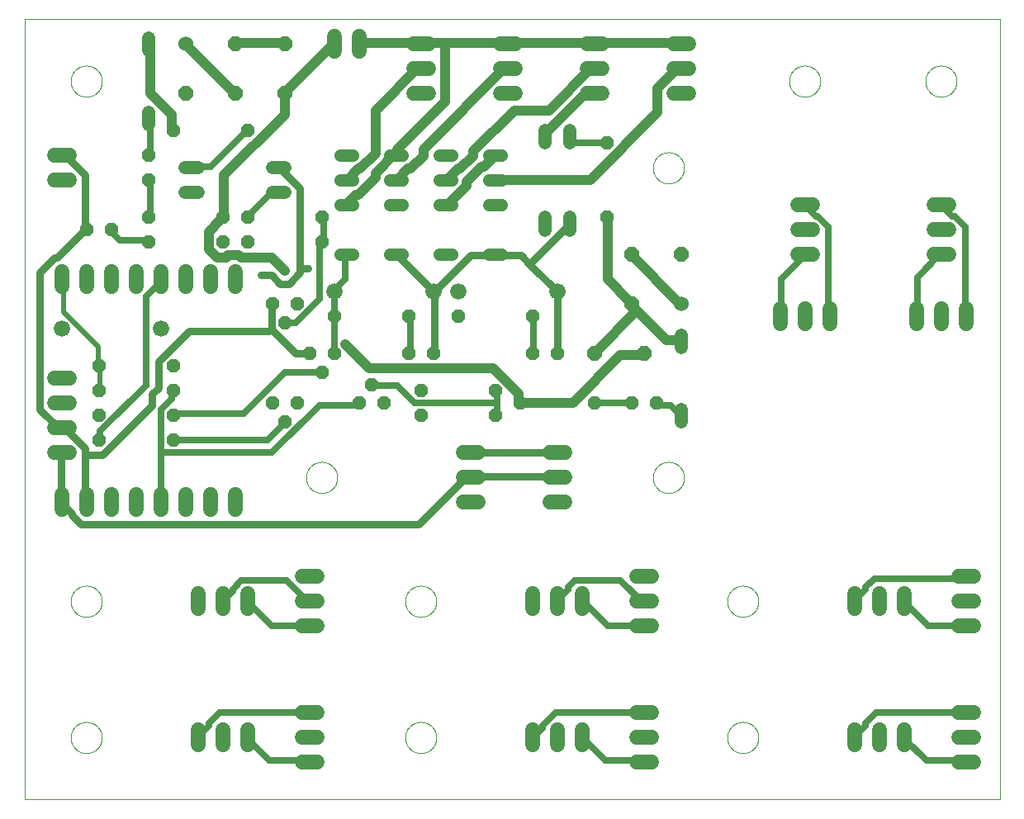
<source format=gtl>
G75*
%MOIN*%
%OFA0B0*%
%FSLAX25Y25*%
%IPPOS*%
%LPD*%
%AMOC8*
5,1,8,0,0,1.08239X$1,22.5*
%
%ADD10C,0.00000*%
%ADD11C,0.06000*%
%ADD12OC8,0.06000*%
%ADD13C,0.06600*%
%ADD14C,0.05200*%
%ADD15C,0.06000*%
%ADD16C,0.05150*%
%ADD17OC8,0.05200*%
%ADD18C,0.02500*%
%ADD19C,0.04000*%
%ADD20C,0.03000*%
%ADD21C,0.02381*%
%ADD22C,0.02000*%
D10*
X0002600Y0002600D02*
X0002600Y0317561D01*
X0396301Y0317561D01*
X0396301Y0002600D01*
X0002600Y0002600D01*
X0021301Y0027600D02*
X0021303Y0027758D01*
X0021309Y0027916D01*
X0021319Y0028074D01*
X0021333Y0028232D01*
X0021351Y0028389D01*
X0021372Y0028546D01*
X0021398Y0028702D01*
X0021428Y0028858D01*
X0021461Y0029013D01*
X0021499Y0029166D01*
X0021540Y0029319D01*
X0021585Y0029471D01*
X0021634Y0029622D01*
X0021687Y0029771D01*
X0021743Y0029919D01*
X0021803Y0030065D01*
X0021867Y0030210D01*
X0021935Y0030353D01*
X0022006Y0030495D01*
X0022080Y0030635D01*
X0022158Y0030772D01*
X0022240Y0030908D01*
X0022324Y0031042D01*
X0022413Y0031173D01*
X0022504Y0031302D01*
X0022599Y0031429D01*
X0022696Y0031554D01*
X0022797Y0031676D01*
X0022901Y0031795D01*
X0023008Y0031912D01*
X0023118Y0032026D01*
X0023231Y0032137D01*
X0023346Y0032246D01*
X0023464Y0032351D01*
X0023585Y0032453D01*
X0023708Y0032553D01*
X0023834Y0032649D01*
X0023962Y0032742D01*
X0024092Y0032832D01*
X0024225Y0032918D01*
X0024360Y0033002D01*
X0024496Y0033081D01*
X0024635Y0033158D01*
X0024776Y0033230D01*
X0024918Y0033300D01*
X0025062Y0033365D01*
X0025208Y0033427D01*
X0025355Y0033485D01*
X0025504Y0033540D01*
X0025654Y0033591D01*
X0025805Y0033638D01*
X0025957Y0033681D01*
X0026110Y0033720D01*
X0026265Y0033756D01*
X0026420Y0033787D01*
X0026576Y0033815D01*
X0026732Y0033839D01*
X0026889Y0033859D01*
X0027047Y0033875D01*
X0027204Y0033887D01*
X0027363Y0033895D01*
X0027521Y0033899D01*
X0027679Y0033899D01*
X0027837Y0033895D01*
X0027996Y0033887D01*
X0028153Y0033875D01*
X0028311Y0033859D01*
X0028468Y0033839D01*
X0028624Y0033815D01*
X0028780Y0033787D01*
X0028935Y0033756D01*
X0029090Y0033720D01*
X0029243Y0033681D01*
X0029395Y0033638D01*
X0029546Y0033591D01*
X0029696Y0033540D01*
X0029845Y0033485D01*
X0029992Y0033427D01*
X0030138Y0033365D01*
X0030282Y0033300D01*
X0030424Y0033230D01*
X0030565Y0033158D01*
X0030704Y0033081D01*
X0030840Y0033002D01*
X0030975Y0032918D01*
X0031108Y0032832D01*
X0031238Y0032742D01*
X0031366Y0032649D01*
X0031492Y0032553D01*
X0031615Y0032453D01*
X0031736Y0032351D01*
X0031854Y0032246D01*
X0031969Y0032137D01*
X0032082Y0032026D01*
X0032192Y0031912D01*
X0032299Y0031795D01*
X0032403Y0031676D01*
X0032504Y0031554D01*
X0032601Y0031429D01*
X0032696Y0031302D01*
X0032787Y0031173D01*
X0032876Y0031042D01*
X0032960Y0030908D01*
X0033042Y0030772D01*
X0033120Y0030635D01*
X0033194Y0030495D01*
X0033265Y0030353D01*
X0033333Y0030210D01*
X0033397Y0030065D01*
X0033457Y0029919D01*
X0033513Y0029771D01*
X0033566Y0029622D01*
X0033615Y0029471D01*
X0033660Y0029319D01*
X0033701Y0029166D01*
X0033739Y0029013D01*
X0033772Y0028858D01*
X0033802Y0028702D01*
X0033828Y0028546D01*
X0033849Y0028389D01*
X0033867Y0028232D01*
X0033881Y0028074D01*
X0033891Y0027916D01*
X0033897Y0027758D01*
X0033899Y0027600D01*
X0033897Y0027442D01*
X0033891Y0027284D01*
X0033881Y0027126D01*
X0033867Y0026968D01*
X0033849Y0026811D01*
X0033828Y0026654D01*
X0033802Y0026498D01*
X0033772Y0026342D01*
X0033739Y0026187D01*
X0033701Y0026034D01*
X0033660Y0025881D01*
X0033615Y0025729D01*
X0033566Y0025578D01*
X0033513Y0025429D01*
X0033457Y0025281D01*
X0033397Y0025135D01*
X0033333Y0024990D01*
X0033265Y0024847D01*
X0033194Y0024705D01*
X0033120Y0024565D01*
X0033042Y0024428D01*
X0032960Y0024292D01*
X0032876Y0024158D01*
X0032787Y0024027D01*
X0032696Y0023898D01*
X0032601Y0023771D01*
X0032504Y0023646D01*
X0032403Y0023524D01*
X0032299Y0023405D01*
X0032192Y0023288D01*
X0032082Y0023174D01*
X0031969Y0023063D01*
X0031854Y0022954D01*
X0031736Y0022849D01*
X0031615Y0022747D01*
X0031492Y0022647D01*
X0031366Y0022551D01*
X0031238Y0022458D01*
X0031108Y0022368D01*
X0030975Y0022282D01*
X0030840Y0022198D01*
X0030704Y0022119D01*
X0030565Y0022042D01*
X0030424Y0021970D01*
X0030282Y0021900D01*
X0030138Y0021835D01*
X0029992Y0021773D01*
X0029845Y0021715D01*
X0029696Y0021660D01*
X0029546Y0021609D01*
X0029395Y0021562D01*
X0029243Y0021519D01*
X0029090Y0021480D01*
X0028935Y0021444D01*
X0028780Y0021413D01*
X0028624Y0021385D01*
X0028468Y0021361D01*
X0028311Y0021341D01*
X0028153Y0021325D01*
X0027996Y0021313D01*
X0027837Y0021305D01*
X0027679Y0021301D01*
X0027521Y0021301D01*
X0027363Y0021305D01*
X0027204Y0021313D01*
X0027047Y0021325D01*
X0026889Y0021341D01*
X0026732Y0021361D01*
X0026576Y0021385D01*
X0026420Y0021413D01*
X0026265Y0021444D01*
X0026110Y0021480D01*
X0025957Y0021519D01*
X0025805Y0021562D01*
X0025654Y0021609D01*
X0025504Y0021660D01*
X0025355Y0021715D01*
X0025208Y0021773D01*
X0025062Y0021835D01*
X0024918Y0021900D01*
X0024776Y0021970D01*
X0024635Y0022042D01*
X0024496Y0022119D01*
X0024360Y0022198D01*
X0024225Y0022282D01*
X0024092Y0022368D01*
X0023962Y0022458D01*
X0023834Y0022551D01*
X0023708Y0022647D01*
X0023585Y0022747D01*
X0023464Y0022849D01*
X0023346Y0022954D01*
X0023231Y0023063D01*
X0023118Y0023174D01*
X0023008Y0023288D01*
X0022901Y0023405D01*
X0022797Y0023524D01*
X0022696Y0023646D01*
X0022599Y0023771D01*
X0022504Y0023898D01*
X0022413Y0024027D01*
X0022324Y0024158D01*
X0022240Y0024292D01*
X0022158Y0024428D01*
X0022080Y0024565D01*
X0022006Y0024705D01*
X0021935Y0024847D01*
X0021867Y0024990D01*
X0021803Y0025135D01*
X0021743Y0025281D01*
X0021687Y0025429D01*
X0021634Y0025578D01*
X0021585Y0025729D01*
X0021540Y0025881D01*
X0021499Y0026034D01*
X0021461Y0026187D01*
X0021428Y0026342D01*
X0021398Y0026498D01*
X0021372Y0026654D01*
X0021351Y0026811D01*
X0021333Y0026968D01*
X0021319Y0027126D01*
X0021309Y0027284D01*
X0021303Y0027442D01*
X0021301Y0027600D01*
X0021301Y0082600D02*
X0021303Y0082758D01*
X0021309Y0082916D01*
X0021319Y0083074D01*
X0021333Y0083232D01*
X0021351Y0083389D01*
X0021372Y0083546D01*
X0021398Y0083702D01*
X0021428Y0083858D01*
X0021461Y0084013D01*
X0021499Y0084166D01*
X0021540Y0084319D01*
X0021585Y0084471D01*
X0021634Y0084622D01*
X0021687Y0084771D01*
X0021743Y0084919D01*
X0021803Y0085065D01*
X0021867Y0085210D01*
X0021935Y0085353D01*
X0022006Y0085495D01*
X0022080Y0085635D01*
X0022158Y0085772D01*
X0022240Y0085908D01*
X0022324Y0086042D01*
X0022413Y0086173D01*
X0022504Y0086302D01*
X0022599Y0086429D01*
X0022696Y0086554D01*
X0022797Y0086676D01*
X0022901Y0086795D01*
X0023008Y0086912D01*
X0023118Y0087026D01*
X0023231Y0087137D01*
X0023346Y0087246D01*
X0023464Y0087351D01*
X0023585Y0087453D01*
X0023708Y0087553D01*
X0023834Y0087649D01*
X0023962Y0087742D01*
X0024092Y0087832D01*
X0024225Y0087918D01*
X0024360Y0088002D01*
X0024496Y0088081D01*
X0024635Y0088158D01*
X0024776Y0088230D01*
X0024918Y0088300D01*
X0025062Y0088365D01*
X0025208Y0088427D01*
X0025355Y0088485D01*
X0025504Y0088540D01*
X0025654Y0088591D01*
X0025805Y0088638D01*
X0025957Y0088681D01*
X0026110Y0088720D01*
X0026265Y0088756D01*
X0026420Y0088787D01*
X0026576Y0088815D01*
X0026732Y0088839D01*
X0026889Y0088859D01*
X0027047Y0088875D01*
X0027204Y0088887D01*
X0027363Y0088895D01*
X0027521Y0088899D01*
X0027679Y0088899D01*
X0027837Y0088895D01*
X0027996Y0088887D01*
X0028153Y0088875D01*
X0028311Y0088859D01*
X0028468Y0088839D01*
X0028624Y0088815D01*
X0028780Y0088787D01*
X0028935Y0088756D01*
X0029090Y0088720D01*
X0029243Y0088681D01*
X0029395Y0088638D01*
X0029546Y0088591D01*
X0029696Y0088540D01*
X0029845Y0088485D01*
X0029992Y0088427D01*
X0030138Y0088365D01*
X0030282Y0088300D01*
X0030424Y0088230D01*
X0030565Y0088158D01*
X0030704Y0088081D01*
X0030840Y0088002D01*
X0030975Y0087918D01*
X0031108Y0087832D01*
X0031238Y0087742D01*
X0031366Y0087649D01*
X0031492Y0087553D01*
X0031615Y0087453D01*
X0031736Y0087351D01*
X0031854Y0087246D01*
X0031969Y0087137D01*
X0032082Y0087026D01*
X0032192Y0086912D01*
X0032299Y0086795D01*
X0032403Y0086676D01*
X0032504Y0086554D01*
X0032601Y0086429D01*
X0032696Y0086302D01*
X0032787Y0086173D01*
X0032876Y0086042D01*
X0032960Y0085908D01*
X0033042Y0085772D01*
X0033120Y0085635D01*
X0033194Y0085495D01*
X0033265Y0085353D01*
X0033333Y0085210D01*
X0033397Y0085065D01*
X0033457Y0084919D01*
X0033513Y0084771D01*
X0033566Y0084622D01*
X0033615Y0084471D01*
X0033660Y0084319D01*
X0033701Y0084166D01*
X0033739Y0084013D01*
X0033772Y0083858D01*
X0033802Y0083702D01*
X0033828Y0083546D01*
X0033849Y0083389D01*
X0033867Y0083232D01*
X0033881Y0083074D01*
X0033891Y0082916D01*
X0033897Y0082758D01*
X0033899Y0082600D01*
X0033897Y0082442D01*
X0033891Y0082284D01*
X0033881Y0082126D01*
X0033867Y0081968D01*
X0033849Y0081811D01*
X0033828Y0081654D01*
X0033802Y0081498D01*
X0033772Y0081342D01*
X0033739Y0081187D01*
X0033701Y0081034D01*
X0033660Y0080881D01*
X0033615Y0080729D01*
X0033566Y0080578D01*
X0033513Y0080429D01*
X0033457Y0080281D01*
X0033397Y0080135D01*
X0033333Y0079990D01*
X0033265Y0079847D01*
X0033194Y0079705D01*
X0033120Y0079565D01*
X0033042Y0079428D01*
X0032960Y0079292D01*
X0032876Y0079158D01*
X0032787Y0079027D01*
X0032696Y0078898D01*
X0032601Y0078771D01*
X0032504Y0078646D01*
X0032403Y0078524D01*
X0032299Y0078405D01*
X0032192Y0078288D01*
X0032082Y0078174D01*
X0031969Y0078063D01*
X0031854Y0077954D01*
X0031736Y0077849D01*
X0031615Y0077747D01*
X0031492Y0077647D01*
X0031366Y0077551D01*
X0031238Y0077458D01*
X0031108Y0077368D01*
X0030975Y0077282D01*
X0030840Y0077198D01*
X0030704Y0077119D01*
X0030565Y0077042D01*
X0030424Y0076970D01*
X0030282Y0076900D01*
X0030138Y0076835D01*
X0029992Y0076773D01*
X0029845Y0076715D01*
X0029696Y0076660D01*
X0029546Y0076609D01*
X0029395Y0076562D01*
X0029243Y0076519D01*
X0029090Y0076480D01*
X0028935Y0076444D01*
X0028780Y0076413D01*
X0028624Y0076385D01*
X0028468Y0076361D01*
X0028311Y0076341D01*
X0028153Y0076325D01*
X0027996Y0076313D01*
X0027837Y0076305D01*
X0027679Y0076301D01*
X0027521Y0076301D01*
X0027363Y0076305D01*
X0027204Y0076313D01*
X0027047Y0076325D01*
X0026889Y0076341D01*
X0026732Y0076361D01*
X0026576Y0076385D01*
X0026420Y0076413D01*
X0026265Y0076444D01*
X0026110Y0076480D01*
X0025957Y0076519D01*
X0025805Y0076562D01*
X0025654Y0076609D01*
X0025504Y0076660D01*
X0025355Y0076715D01*
X0025208Y0076773D01*
X0025062Y0076835D01*
X0024918Y0076900D01*
X0024776Y0076970D01*
X0024635Y0077042D01*
X0024496Y0077119D01*
X0024360Y0077198D01*
X0024225Y0077282D01*
X0024092Y0077368D01*
X0023962Y0077458D01*
X0023834Y0077551D01*
X0023708Y0077647D01*
X0023585Y0077747D01*
X0023464Y0077849D01*
X0023346Y0077954D01*
X0023231Y0078063D01*
X0023118Y0078174D01*
X0023008Y0078288D01*
X0022901Y0078405D01*
X0022797Y0078524D01*
X0022696Y0078646D01*
X0022599Y0078771D01*
X0022504Y0078898D01*
X0022413Y0079027D01*
X0022324Y0079158D01*
X0022240Y0079292D01*
X0022158Y0079428D01*
X0022080Y0079565D01*
X0022006Y0079705D01*
X0021935Y0079847D01*
X0021867Y0079990D01*
X0021803Y0080135D01*
X0021743Y0080281D01*
X0021687Y0080429D01*
X0021634Y0080578D01*
X0021585Y0080729D01*
X0021540Y0080881D01*
X0021499Y0081034D01*
X0021461Y0081187D01*
X0021428Y0081342D01*
X0021398Y0081498D01*
X0021372Y0081654D01*
X0021351Y0081811D01*
X0021333Y0081968D01*
X0021319Y0082126D01*
X0021309Y0082284D01*
X0021303Y0082442D01*
X0021301Y0082600D01*
X0116301Y0132600D02*
X0116303Y0132758D01*
X0116309Y0132916D01*
X0116319Y0133074D01*
X0116333Y0133232D01*
X0116351Y0133389D01*
X0116372Y0133546D01*
X0116398Y0133702D01*
X0116428Y0133858D01*
X0116461Y0134013D01*
X0116499Y0134166D01*
X0116540Y0134319D01*
X0116585Y0134471D01*
X0116634Y0134622D01*
X0116687Y0134771D01*
X0116743Y0134919D01*
X0116803Y0135065D01*
X0116867Y0135210D01*
X0116935Y0135353D01*
X0117006Y0135495D01*
X0117080Y0135635D01*
X0117158Y0135772D01*
X0117240Y0135908D01*
X0117324Y0136042D01*
X0117413Y0136173D01*
X0117504Y0136302D01*
X0117599Y0136429D01*
X0117696Y0136554D01*
X0117797Y0136676D01*
X0117901Y0136795D01*
X0118008Y0136912D01*
X0118118Y0137026D01*
X0118231Y0137137D01*
X0118346Y0137246D01*
X0118464Y0137351D01*
X0118585Y0137453D01*
X0118708Y0137553D01*
X0118834Y0137649D01*
X0118962Y0137742D01*
X0119092Y0137832D01*
X0119225Y0137918D01*
X0119360Y0138002D01*
X0119496Y0138081D01*
X0119635Y0138158D01*
X0119776Y0138230D01*
X0119918Y0138300D01*
X0120062Y0138365D01*
X0120208Y0138427D01*
X0120355Y0138485D01*
X0120504Y0138540D01*
X0120654Y0138591D01*
X0120805Y0138638D01*
X0120957Y0138681D01*
X0121110Y0138720D01*
X0121265Y0138756D01*
X0121420Y0138787D01*
X0121576Y0138815D01*
X0121732Y0138839D01*
X0121889Y0138859D01*
X0122047Y0138875D01*
X0122204Y0138887D01*
X0122363Y0138895D01*
X0122521Y0138899D01*
X0122679Y0138899D01*
X0122837Y0138895D01*
X0122996Y0138887D01*
X0123153Y0138875D01*
X0123311Y0138859D01*
X0123468Y0138839D01*
X0123624Y0138815D01*
X0123780Y0138787D01*
X0123935Y0138756D01*
X0124090Y0138720D01*
X0124243Y0138681D01*
X0124395Y0138638D01*
X0124546Y0138591D01*
X0124696Y0138540D01*
X0124845Y0138485D01*
X0124992Y0138427D01*
X0125138Y0138365D01*
X0125282Y0138300D01*
X0125424Y0138230D01*
X0125565Y0138158D01*
X0125704Y0138081D01*
X0125840Y0138002D01*
X0125975Y0137918D01*
X0126108Y0137832D01*
X0126238Y0137742D01*
X0126366Y0137649D01*
X0126492Y0137553D01*
X0126615Y0137453D01*
X0126736Y0137351D01*
X0126854Y0137246D01*
X0126969Y0137137D01*
X0127082Y0137026D01*
X0127192Y0136912D01*
X0127299Y0136795D01*
X0127403Y0136676D01*
X0127504Y0136554D01*
X0127601Y0136429D01*
X0127696Y0136302D01*
X0127787Y0136173D01*
X0127876Y0136042D01*
X0127960Y0135908D01*
X0128042Y0135772D01*
X0128120Y0135635D01*
X0128194Y0135495D01*
X0128265Y0135353D01*
X0128333Y0135210D01*
X0128397Y0135065D01*
X0128457Y0134919D01*
X0128513Y0134771D01*
X0128566Y0134622D01*
X0128615Y0134471D01*
X0128660Y0134319D01*
X0128701Y0134166D01*
X0128739Y0134013D01*
X0128772Y0133858D01*
X0128802Y0133702D01*
X0128828Y0133546D01*
X0128849Y0133389D01*
X0128867Y0133232D01*
X0128881Y0133074D01*
X0128891Y0132916D01*
X0128897Y0132758D01*
X0128899Y0132600D01*
X0128897Y0132442D01*
X0128891Y0132284D01*
X0128881Y0132126D01*
X0128867Y0131968D01*
X0128849Y0131811D01*
X0128828Y0131654D01*
X0128802Y0131498D01*
X0128772Y0131342D01*
X0128739Y0131187D01*
X0128701Y0131034D01*
X0128660Y0130881D01*
X0128615Y0130729D01*
X0128566Y0130578D01*
X0128513Y0130429D01*
X0128457Y0130281D01*
X0128397Y0130135D01*
X0128333Y0129990D01*
X0128265Y0129847D01*
X0128194Y0129705D01*
X0128120Y0129565D01*
X0128042Y0129428D01*
X0127960Y0129292D01*
X0127876Y0129158D01*
X0127787Y0129027D01*
X0127696Y0128898D01*
X0127601Y0128771D01*
X0127504Y0128646D01*
X0127403Y0128524D01*
X0127299Y0128405D01*
X0127192Y0128288D01*
X0127082Y0128174D01*
X0126969Y0128063D01*
X0126854Y0127954D01*
X0126736Y0127849D01*
X0126615Y0127747D01*
X0126492Y0127647D01*
X0126366Y0127551D01*
X0126238Y0127458D01*
X0126108Y0127368D01*
X0125975Y0127282D01*
X0125840Y0127198D01*
X0125704Y0127119D01*
X0125565Y0127042D01*
X0125424Y0126970D01*
X0125282Y0126900D01*
X0125138Y0126835D01*
X0124992Y0126773D01*
X0124845Y0126715D01*
X0124696Y0126660D01*
X0124546Y0126609D01*
X0124395Y0126562D01*
X0124243Y0126519D01*
X0124090Y0126480D01*
X0123935Y0126444D01*
X0123780Y0126413D01*
X0123624Y0126385D01*
X0123468Y0126361D01*
X0123311Y0126341D01*
X0123153Y0126325D01*
X0122996Y0126313D01*
X0122837Y0126305D01*
X0122679Y0126301D01*
X0122521Y0126301D01*
X0122363Y0126305D01*
X0122204Y0126313D01*
X0122047Y0126325D01*
X0121889Y0126341D01*
X0121732Y0126361D01*
X0121576Y0126385D01*
X0121420Y0126413D01*
X0121265Y0126444D01*
X0121110Y0126480D01*
X0120957Y0126519D01*
X0120805Y0126562D01*
X0120654Y0126609D01*
X0120504Y0126660D01*
X0120355Y0126715D01*
X0120208Y0126773D01*
X0120062Y0126835D01*
X0119918Y0126900D01*
X0119776Y0126970D01*
X0119635Y0127042D01*
X0119496Y0127119D01*
X0119360Y0127198D01*
X0119225Y0127282D01*
X0119092Y0127368D01*
X0118962Y0127458D01*
X0118834Y0127551D01*
X0118708Y0127647D01*
X0118585Y0127747D01*
X0118464Y0127849D01*
X0118346Y0127954D01*
X0118231Y0128063D01*
X0118118Y0128174D01*
X0118008Y0128288D01*
X0117901Y0128405D01*
X0117797Y0128524D01*
X0117696Y0128646D01*
X0117599Y0128771D01*
X0117504Y0128898D01*
X0117413Y0129027D01*
X0117324Y0129158D01*
X0117240Y0129292D01*
X0117158Y0129428D01*
X0117080Y0129565D01*
X0117006Y0129705D01*
X0116935Y0129847D01*
X0116867Y0129990D01*
X0116803Y0130135D01*
X0116743Y0130281D01*
X0116687Y0130429D01*
X0116634Y0130578D01*
X0116585Y0130729D01*
X0116540Y0130881D01*
X0116499Y0131034D01*
X0116461Y0131187D01*
X0116428Y0131342D01*
X0116398Y0131498D01*
X0116372Y0131654D01*
X0116351Y0131811D01*
X0116333Y0131968D01*
X0116319Y0132126D01*
X0116309Y0132284D01*
X0116303Y0132442D01*
X0116301Y0132600D01*
X0156301Y0082600D02*
X0156303Y0082758D01*
X0156309Y0082916D01*
X0156319Y0083074D01*
X0156333Y0083232D01*
X0156351Y0083389D01*
X0156372Y0083546D01*
X0156398Y0083702D01*
X0156428Y0083858D01*
X0156461Y0084013D01*
X0156499Y0084166D01*
X0156540Y0084319D01*
X0156585Y0084471D01*
X0156634Y0084622D01*
X0156687Y0084771D01*
X0156743Y0084919D01*
X0156803Y0085065D01*
X0156867Y0085210D01*
X0156935Y0085353D01*
X0157006Y0085495D01*
X0157080Y0085635D01*
X0157158Y0085772D01*
X0157240Y0085908D01*
X0157324Y0086042D01*
X0157413Y0086173D01*
X0157504Y0086302D01*
X0157599Y0086429D01*
X0157696Y0086554D01*
X0157797Y0086676D01*
X0157901Y0086795D01*
X0158008Y0086912D01*
X0158118Y0087026D01*
X0158231Y0087137D01*
X0158346Y0087246D01*
X0158464Y0087351D01*
X0158585Y0087453D01*
X0158708Y0087553D01*
X0158834Y0087649D01*
X0158962Y0087742D01*
X0159092Y0087832D01*
X0159225Y0087918D01*
X0159360Y0088002D01*
X0159496Y0088081D01*
X0159635Y0088158D01*
X0159776Y0088230D01*
X0159918Y0088300D01*
X0160062Y0088365D01*
X0160208Y0088427D01*
X0160355Y0088485D01*
X0160504Y0088540D01*
X0160654Y0088591D01*
X0160805Y0088638D01*
X0160957Y0088681D01*
X0161110Y0088720D01*
X0161265Y0088756D01*
X0161420Y0088787D01*
X0161576Y0088815D01*
X0161732Y0088839D01*
X0161889Y0088859D01*
X0162047Y0088875D01*
X0162204Y0088887D01*
X0162363Y0088895D01*
X0162521Y0088899D01*
X0162679Y0088899D01*
X0162837Y0088895D01*
X0162996Y0088887D01*
X0163153Y0088875D01*
X0163311Y0088859D01*
X0163468Y0088839D01*
X0163624Y0088815D01*
X0163780Y0088787D01*
X0163935Y0088756D01*
X0164090Y0088720D01*
X0164243Y0088681D01*
X0164395Y0088638D01*
X0164546Y0088591D01*
X0164696Y0088540D01*
X0164845Y0088485D01*
X0164992Y0088427D01*
X0165138Y0088365D01*
X0165282Y0088300D01*
X0165424Y0088230D01*
X0165565Y0088158D01*
X0165704Y0088081D01*
X0165840Y0088002D01*
X0165975Y0087918D01*
X0166108Y0087832D01*
X0166238Y0087742D01*
X0166366Y0087649D01*
X0166492Y0087553D01*
X0166615Y0087453D01*
X0166736Y0087351D01*
X0166854Y0087246D01*
X0166969Y0087137D01*
X0167082Y0087026D01*
X0167192Y0086912D01*
X0167299Y0086795D01*
X0167403Y0086676D01*
X0167504Y0086554D01*
X0167601Y0086429D01*
X0167696Y0086302D01*
X0167787Y0086173D01*
X0167876Y0086042D01*
X0167960Y0085908D01*
X0168042Y0085772D01*
X0168120Y0085635D01*
X0168194Y0085495D01*
X0168265Y0085353D01*
X0168333Y0085210D01*
X0168397Y0085065D01*
X0168457Y0084919D01*
X0168513Y0084771D01*
X0168566Y0084622D01*
X0168615Y0084471D01*
X0168660Y0084319D01*
X0168701Y0084166D01*
X0168739Y0084013D01*
X0168772Y0083858D01*
X0168802Y0083702D01*
X0168828Y0083546D01*
X0168849Y0083389D01*
X0168867Y0083232D01*
X0168881Y0083074D01*
X0168891Y0082916D01*
X0168897Y0082758D01*
X0168899Y0082600D01*
X0168897Y0082442D01*
X0168891Y0082284D01*
X0168881Y0082126D01*
X0168867Y0081968D01*
X0168849Y0081811D01*
X0168828Y0081654D01*
X0168802Y0081498D01*
X0168772Y0081342D01*
X0168739Y0081187D01*
X0168701Y0081034D01*
X0168660Y0080881D01*
X0168615Y0080729D01*
X0168566Y0080578D01*
X0168513Y0080429D01*
X0168457Y0080281D01*
X0168397Y0080135D01*
X0168333Y0079990D01*
X0168265Y0079847D01*
X0168194Y0079705D01*
X0168120Y0079565D01*
X0168042Y0079428D01*
X0167960Y0079292D01*
X0167876Y0079158D01*
X0167787Y0079027D01*
X0167696Y0078898D01*
X0167601Y0078771D01*
X0167504Y0078646D01*
X0167403Y0078524D01*
X0167299Y0078405D01*
X0167192Y0078288D01*
X0167082Y0078174D01*
X0166969Y0078063D01*
X0166854Y0077954D01*
X0166736Y0077849D01*
X0166615Y0077747D01*
X0166492Y0077647D01*
X0166366Y0077551D01*
X0166238Y0077458D01*
X0166108Y0077368D01*
X0165975Y0077282D01*
X0165840Y0077198D01*
X0165704Y0077119D01*
X0165565Y0077042D01*
X0165424Y0076970D01*
X0165282Y0076900D01*
X0165138Y0076835D01*
X0164992Y0076773D01*
X0164845Y0076715D01*
X0164696Y0076660D01*
X0164546Y0076609D01*
X0164395Y0076562D01*
X0164243Y0076519D01*
X0164090Y0076480D01*
X0163935Y0076444D01*
X0163780Y0076413D01*
X0163624Y0076385D01*
X0163468Y0076361D01*
X0163311Y0076341D01*
X0163153Y0076325D01*
X0162996Y0076313D01*
X0162837Y0076305D01*
X0162679Y0076301D01*
X0162521Y0076301D01*
X0162363Y0076305D01*
X0162204Y0076313D01*
X0162047Y0076325D01*
X0161889Y0076341D01*
X0161732Y0076361D01*
X0161576Y0076385D01*
X0161420Y0076413D01*
X0161265Y0076444D01*
X0161110Y0076480D01*
X0160957Y0076519D01*
X0160805Y0076562D01*
X0160654Y0076609D01*
X0160504Y0076660D01*
X0160355Y0076715D01*
X0160208Y0076773D01*
X0160062Y0076835D01*
X0159918Y0076900D01*
X0159776Y0076970D01*
X0159635Y0077042D01*
X0159496Y0077119D01*
X0159360Y0077198D01*
X0159225Y0077282D01*
X0159092Y0077368D01*
X0158962Y0077458D01*
X0158834Y0077551D01*
X0158708Y0077647D01*
X0158585Y0077747D01*
X0158464Y0077849D01*
X0158346Y0077954D01*
X0158231Y0078063D01*
X0158118Y0078174D01*
X0158008Y0078288D01*
X0157901Y0078405D01*
X0157797Y0078524D01*
X0157696Y0078646D01*
X0157599Y0078771D01*
X0157504Y0078898D01*
X0157413Y0079027D01*
X0157324Y0079158D01*
X0157240Y0079292D01*
X0157158Y0079428D01*
X0157080Y0079565D01*
X0157006Y0079705D01*
X0156935Y0079847D01*
X0156867Y0079990D01*
X0156803Y0080135D01*
X0156743Y0080281D01*
X0156687Y0080429D01*
X0156634Y0080578D01*
X0156585Y0080729D01*
X0156540Y0080881D01*
X0156499Y0081034D01*
X0156461Y0081187D01*
X0156428Y0081342D01*
X0156398Y0081498D01*
X0156372Y0081654D01*
X0156351Y0081811D01*
X0156333Y0081968D01*
X0156319Y0082126D01*
X0156309Y0082284D01*
X0156303Y0082442D01*
X0156301Y0082600D01*
X0156301Y0027600D02*
X0156303Y0027758D01*
X0156309Y0027916D01*
X0156319Y0028074D01*
X0156333Y0028232D01*
X0156351Y0028389D01*
X0156372Y0028546D01*
X0156398Y0028702D01*
X0156428Y0028858D01*
X0156461Y0029013D01*
X0156499Y0029166D01*
X0156540Y0029319D01*
X0156585Y0029471D01*
X0156634Y0029622D01*
X0156687Y0029771D01*
X0156743Y0029919D01*
X0156803Y0030065D01*
X0156867Y0030210D01*
X0156935Y0030353D01*
X0157006Y0030495D01*
X0157080Y0030635D01*
X0157158Y0030772D01*
X0157240Y0030908D01*
X0157324Y0031042D01*
X0157413Y0031173D01*
X0157504Y0031302D01*
X0157599Y0031429D01*
X0157696Y0031554D01*
X0157797Y0031676D01*
X0157901Y0031795D01*
X0158008Y0031912D01*
X0158118Y0032026D01*
X0158231Y0032137D01*
X0158346Y0032246D01*
X0158464Y0032351D01*
X0158585Y0032453D01*
X0158708Y0032553D01*
X0158834Y0032649D01*
X0158962Y0032742D01*
X0159092Y0032832D01*
X0159225Y0032918D01*
X0159360Y0033002D01*
X0159496Y0033081D01*
X0159635Y0033158D01*
X0159776Y0033230D01*
X0159918Y0033300D01*
X0160062Y0033365D01*
X0160208Y0033427D01*
X0160355Y0033485D01*
X0160504Y0033540D01*
X0160654Y0033591D01*
X0160805Y0033638D01*
X0160957Y0033681D01*
X0161110Y0033720D01*
X0161265Y0033756D01*
X0161420Y0033787D01*
X0161576Y0033815D01*
X0161732Y0033839D01*
X0161889Y0033859D01*
X0162047Y0033875D01*
X0162204Y0033887D01*
X0162363Y0033895D01*
X0162521Y0033899D01*
X0162679Y0033899D01*
X0162837Y0033895D01*
X0162996Y0033887D01*
X0163153Y0033875D01*
X0163311Y0033859D01*
X0163468Y0033839D01*
X0163624Y0033815D01*
X0163780Y0033787D01*
X0163935Y0033756D01*
X0164090Y0033720D01*
X0164243Y0033681D01*
X0164395Y0033638D01*
X0164546Y0033591D01*
X0164696Y0033540D01*
X0164845Y0033485D01*
X0164992Y0033427D01*
X0165138Y0033365D01*
X0165282Y0033300D01*
X0165424Y0033230D01*
X0165565Y0033158D01*
X0165704Y0033081D01*
X0165840Y0033002D01*
X0165975Y0032918D01*
X0166108Y0032832D01*
X0166238Y0032742D01*
X0166366Y0032649D01*
X0166492Y0032553D01*
X0166615Y0032453D01*
X0166736Y0032351D01*
X0166854Y0032246D01*
X0166969Y0032137D01*
X0167082Y0032026D01*
X0167192Y0031912D01*
X0167299Y0031795D01*
X0167403Y0031676D01*
X0167504Y0031554D01*
X0167601Y0031429D01*
X0167696Y0031302D01*
X0167787Y0031173D01*
X0167876Y0031042D01*
X0167960Y0030908D01*
X0168042Y0030772D01*
X0168120Y0030635D01*
X0168194Y0030495D01*
X0168265Y0030353D01*
X0168333Y0030210D01*
X0168397Y0030065D01*
X0168457Y0029919D01*
X0168513Y0029771D01*
X0168566Y0029622D01*
X0168615Y0029471D01*
X0168660Y0029319D01*
X0168701Y0029166D01*
X0168739Y0029013D01*
X0168772Y0028858D01*
X0168802Y0028702D01*
X0168828Y0028546D01*
X0168849Y0028389D01*
X0168867Y0028232D01*
X0168881Y0028074D01*
X0168891Y0027916D01*
X0168897Y0027758D01*
X0168899Y0027600D01*
X0168897Y0027442D01*
X0168891Y0027284D01*
X0168881Y0027126D01*
X0168867Y0026968D01*
X0168849Y0026811D01*
X0168828Y0026654D01*
X0168802Y0026498D01*
X0168772Y0026342D01*
X0168739Y0026187D01*
X0168701Y0026034D01*
X0168660Y0025881D01*
X0168615Y0025729D01*
X0168566Y0025578D01*
X0168513Y0025429D01*
X0168457Y0025281D01*
X0168397Y0025135D01*
X0168333Y0024990D01*
X0168265Y0024847D01*
X0168194Y0024705D01*
X0168120Y0024565D01*
X0168042Y0024428D01*
X0167960Y0024292D01*
X0167876Y0024158D01*
X0167787Y0024027D01*
X0167696Y0023898D01*
X0167601Y0023771D01*
X0167504Y0023646D01*
X0167403Y0023524D01*
X0167299Y0023405D01*
X0167192Y0023288D01*
X0167082Y0023174D01*
X0166969Y0023063D01*
X0166854Y0022954D01*
X0166736Y0022849D01*
X0166615Y0022747D01*
X0166492Y0022647D01*
X0166366Y0022551D01*
X0166238Y0022458D01*
X0166108Y0022368D01*
X0165975Y0022282D01*
X0165840Y0022198D01*
X0165704Y0022119D01*
X0165565Y0022042D01*
X0165424Y0021970D01*
X0165282Y0021900D01*
X0165138Y0021835D01*
X0164992Y0021773D01*
X0164845Y0021715D01*
X0164696Y0021660D01*
X0164546Y0021609D01*
X0164395Y0021562D01*
X0164243Y0021519D01*
X0164090Y0021480D01*
X0163935Y0021444D01*
X0163780Y0021413D01*
X0163624Y0021385D01*
X0163468Y0021361D01*
X0163311Y0021341D01*
X0163153Y0021325D01*
X0162996Y0021313D01*
X0162837Y0021305D01*
X0162679Y0021301D01*
X0162521Y0021301D01*
X0162363Y0021305D01*
X0162204Y0021313D01*
X0162047Y0021325D01*
X0161889Y0021341D01*
X0161732Y0021361D01*
X0161576Y0021385D01*
X0161420Y0021413D01*
X0161265Y0021444D01*
X0161110Y0021480D01*
X0160957Y0021519D01*
X0160805Y0021562D01*
X0160654Y0021609D01*
X0160504Y0021660D01*
X0160355Y0021715D01*
X0160208Y0021773D01*
X0160062Y0021835D01*
X0159918Y0021900D01*
X0159776Y0021970D01*
X0159635Y0022042D01*
X0159496Y0022119D01*
X0159360Y0022198D01*
X0159225Y0022282D01*
X0159092Y0022368D01*
X0158962Y0022458D01*
X0158834Y0022551D01*
X0158708Y0022647D01*
X0158585Y0022747D01*
X0158464Y0022849D01*
X0158346Y0022954D01*
X0158231Y0023063D01*
X0158118Y0023174D01*
X0158008Y0023288D01*
X0157901Y0023405D01*
X0157797Y0023524D01*
X0157696Y0023646D01*
X0157599Y0023771D01*
X0157504Y0023898D01*
X0157413Y0024027D01*
X0157324Y0024158D01*
X0157240Y0024292D01*
X0157158Y0024428D01*
X0157080Y0024565D01*
X0157006Y0024705D01*
X0156935Y0024847D01*
X0156867Y0024990D01*
X0156803Y0025135D01*
X0156743Y0025281D01*
X0156687Y0025429D01*
X0156634Y0025578D01*
X0156585Y0025729D01*
X0156540Y0025881D01*
X0156499Y0026034D01*
X0156461Y0026187D01*
X0156428Y0026342D01*
X0156398Y0026498D01*
X0156372Y0026654D01*
X0156351Y0026811D01*
X0156333Y0026968D01*
X0156319Y0027126D01*
X0156309Y0027284D01*
X0156303Y0027442D01*
X0156301Y0027600D01*
X0256301Y0132600D02*
X0256303Y0132758D01*
X0256309Y0132916D01*
X0256319Y0133074D01*
X0256333Y0133232D01*
X0256351Y0133389D01*
X0256372Y0133546D01*
X0256398Y0133702D01*
X0256428Y0133858D01*
X0256461Y0134013D01*
X0256499Y0134166D01*
X0256540Y0134319D01*
X0256585Y0134471D01*
X0256634Y0134622D01*
X0256687Y0134771D01*
X0256743Y0134919D01*
X0256803Y0135065D01*
X0256867Y0135210D01*
X0256935Y0135353D01*
X0257006Y0135495D01*
X0257080Y0135635D01*
X0257158Y0135772D01*
X0257240Y0135908D01*
X0257324Y0136042D01*
X0257413Y0136173D01*
X0257504Y0136302D01*
X0257599Y0136429D01*
X0257696Y0136554D01*
X0257797Y0136676D01*
X0257901Y0136795D01*
X0258008Y0136912D01*
X0258118Y0137026D01*
X0258231Y0137137D01*
X0258346Y0137246D01*
X0258464Y0137351D01*
X0258585Y0137453D01*
X0258708Y0137553D01*
X0258834Y0137649D01*
X0258962Y0137742D01*
X0259092Y0137832D01*
X0259225Y0137918D01*
X0259360Y0138002D01*
X0259496Y0138081D01*
X0259635Y0138158D01*
X0259776Y0138230D01*
X0259918Y0138300D01*
X0260062Y0138365D01*
X0260208Y0138427D01*
X0260355Y0138485D01*
X0260504Y0138540D01*
X0260654Y0138591D01*
X0260805Y0138638D01*
X0260957Y0138681D01*
X0261110Y0138720D01*
X0261265Y0138756D01*
X0261420Y0138787D01*
X0261576Y0138815D01*
X0261732Y0138839D01*
X0261889Y0138859D01*
X0262047Y0138875D01*
X0262204Y0138887D01*
X0262363Y0138895D01*
X0262521Y0138899D01*
X0262679Y0138899D01*
X0262837Y0138895D01*
X0262996Y0138887D01*
X0263153Y0138875D01*
X0263311Y0138859D01*
X0263468Y0138839D01*
X0263624Y0138815D01*
X0263780Y0138787D01*
X0263935Y0138756D01*
X0264090Y0138720D01*
X0264243Y0138681D01*
X0264395Y0138638D01*
X0264546Y0138591D01*
X0264696Y0138540D01*
X0264845Y0138485D01*
X0264992Y0138427D01*
X0265138Y0138365D01*
X0265282Y0138300D01*
X0265424Y0138230D01*
X0265565Y0138158D01*
X0265704Y0138081D01*
X0265840Y0138002D01*
X0265975Y0137918D01*
X0266108Y0137832D01*
X0266238Y0137742D01*
X0266366Y0137649D01*
X0266492Y0137553D01*
X0266615Y0137453D01*
X0266736Y0137351D01*
X0266854Y0137246D01*
X0266969Y0137137D01*
X0267082Y0137026D01*
X0267192Y0136912D01*
X0267299Y0136795D01*
X0267403Y0136676D01*
X0267504Y0136554D01*
X0267601Y0136429D01*
X0267696Y0136302D01*
X0267787Y0136173D01*
X0267876Y0136042D01*
X0267960Y0135908D01*
X0268042Y0135772D01*
X0268120Y0135635D01*
X0268194Y0135495D01*
X0268265Y0135353D01*
X0268333Y0135210D01*
X0268397Y0135065D01*
X0268457Y0134919D01*
X0268513Y0134771D01*
X0268566Y0134622D01*
X0268615Y0134471D01*
X0268660Y0134319D01*
X0268701Y0134166D01*
X0268739Y0134013D01*
X0268772Y0133858D01*
X0268802Y0133702D01*
X0268828Y0133546D01*
X0268849Y0133389D01*
X0268867Y0133232D01*
X0268881Y0133074D01*
X0268891Y0132916D01*
X0268897Y0132758D01*
X0268899Y0132600D01*
X0268897Y0132442D01*
X0268891Y0132284D01*
X0268881Y0132126D01*
X0268867Y0131968D01*
X0268849Y0131811D01*
X0268828Y0131654D01*
X0268802Y0131498D01*
X0268772Y0131342D01*
X0268739Y0131187D01*
X0268701Y0131034D01*
X0268660Y0130881D01*
X0268615Y0130729D01*
X0268566Y0130578D01*
X0268513Y0130429D01*
X0268457Y0130281D01*
X0268397Y0130135D01*
X0268333Y0129990D01*
X0268265Y0129847D01*
X0268194Y0129705D01*
X0268120Y0129565D01*
X0268042Y0129428D01*
X0267960Y0129292D01*
X0267876Y0129158D01*
X0267787Y0129027D01*
X0267696Y0128898D01*
X0267601Y0128771D01*
X0267504Y0128646D01*
X0267403Y0128524D01*
X0267299Y0128405D01*
X0267192Y0128288D01*
X0267082Y0128174D01*
X0266969Y0128063D01*
X0266854Y0127954D01*
X0266736Y0127849D01*
X0266615Y0127747D01*
X0266492Y0127647D01*
X0266366Y0127551D01*
X0266238Y0127458D01*
X0266108Y0127368D01*
X0265975Y0127282D01*
X0265840Y0127198D01*
X0265704Y0127119D01*
X0265565Y0127042D01*
X0265424Y0126970D01*
X0265282Y0126900D01*
X0265138Y0126835D01*
X0264992Y0126773D01*
X0264845Y0126715D01*
X0264696Y0126660D01*
X0264546Y0126609D01*
X0264395Y0126562D01*
X0264243Y0126519D01*
X0264090Y0126480D01*
X0263935Y0126444D01*
X0263780Y0126413D01*
X0263624Y0126385D01*
X0263468Y0126361D01*
X0263311Y0126341D01*
X0263153Y0126325D01*
X0262996Y0126313D01*
X0262837Y0126305D01*
X0262679Y0126301D01*
X0262521Y0126301D01*
X0262363Y0126305D01*
X0262204Y0126313D01*
X0262047Y0126325D01*
X0261889Y0126341D01*
X0261732Y0126361D01*
X0261576Y0126385D01*
X0261420Y0126413D01*
X0261265Y0126444D01*
X0261110Y0126480D01*
X0260957Y0126519D01*
X0260805Y0126562D01*
X0260654Y0126609D01*
X0260504Y0126660D01*
X0260355Y0126715D01*
X0260208Y0126773D01*
X0260062Y0126835D01*
X0259918Y0126900D01*
X0259776Y0126970D01*
X0259635Y0127042D01*
X0259496Y0127119D01*
X0259360Y0127198D01*
X0259225Y0127282D01*
X0259092Y0127368D01*
X0258962Y0127458D01*
X0258834Y0127551D01*
X0258708Y0127647D01*
X0258585Y0127747D01*
X0258464Y0127849D01*
X0258346Y0127954D01*
X0258231Y0128063D01*
X0258118Y0128174D01*
X0258008Y0128288D01*
X0257901Y0128405D01*
X0257797Y0128524D01*
X0257696Y0128646D01*
X0257599Y0128771D01*
X0257504Y0128898D01*
X0257413Y0129027D01*
X0257324Y0129158D01*
X0257240Y0129292D01*
X0257158Y0129428D01*
X0257080Y0129565D01*
X0257006Y0129705D01*
X0256935Y0129847D01*
X0256867Y0129990D01*
X0256803Y0130135D01*
X0256743Y0130281D01*
X0256687Y0130429D01*
X0256634Y0130578D01*
X0256585Y0130729D01*
X0256540Y0130881D01*
X0256499Y0131034D01*
X0256461Y0131187D01*
X0256428Y0131342D01*
X0256398Y0131498D01*
X0256372Y0131654D01*
X0256351Y0131811D01*
X0256333Y0131968D01*
X0256319Y0132126D01*
X0256309Y0132284D01*
X0256303Y0132442D01*
X0256301Y0132600D01*
X0286301Y0082600D02*
X0286303Y0082758D01*
X0286309Y0082916D01*
X0286319Y0083074D01*
X0286333Y0083232D01*
X0286351Y0083389D01*
X0286372Y0083546D01*
X0286398Y0083702D01*
X0286428Y0083858D01*
X0286461Y0084013D01*
X0286499Y0084166D01*
X0286540Y0084319D01*
X0286585Y0084471D01*
X0286634Y0084622D01*
X0286687Y0084771D01*
X0286743Y0084919D01*
X0286803Y0085065D01*
X0286867Y0085210D01*
X0286935Y0085353D01*
X0287006Y0085495D01*
X0287080Y0085635D01*
X0287158Y0085772D01*
X0287240Y0085908D01*
X0287324Y0086042D01*
X0287413Y0086173D01*
X0287504Y0086302D01*
X0287599Y0086429D01*
X0287696Y0086554D01*
X0287797Y0086676D01*
X0287901Y0086795D01*
X0288008Y0086912D01*
X0288118Y0087026D01*
X0288231Y0087137D01*
X0288346Y0087246D01*
X0288464Y0087351D01*
X0288585Y0087453D01*
X0288708Y0087553D01*
X0288834Y0087649D01*
X0288962Y0087742D01*
X0289092Y0087832D01*
X0289225Y0087918D01*
X0289360Y0088002D01*
X0289496Y0088081D01*
X0289635Y0088158D01*
X0289776Y0088230D01*
X0289918Y0088300D01*
X0290062Y0088365D01*
X0290208Y0088427D01*
X0290355Y0088485D01*
X0290504Y0088540D01*
X0290654Y0088591D01*
X0290805Y0088638D01*
X0290957Y0088681D01*
X0291110Y0088720D01*
X0291265Y0088756D01*
X0291420Y0088787D01*
X0291576Y0088815D01*
X0291732Y0088839D01*
X0291889Y0088859D01*
X0292047Y0088875D01*
X0292204Y0088887D01*
X0292363Y0088895D01*
X0292521Y0088899D01*
X0292679Y0088899D01*
X0292837Y0088895D01*
X0292996Y0088887D01*
X0293153Y0088875D01*
X0293311Y0088859D01*
X0293468Y0088839D01*
X0293624Y0088815D01*
X0293780Y0088787D01*
X0293935Y0088756D01*
X0294090Y0088720D01*
X0294243Y0088681D01*
X0294395Y0088638D01*
X0294546Y0088591D01*
X0294696Y0088540D01*
X0294845Y0088485D01*
X0294992Y0088427D01*
X0295138Y0088365D01*
X0295282Y0088300D01*
X0295424Y0088230D01*
X0295565Y0088158D01*
X0295704Y0088081D01*
X0295840Y0088002D01*
X0295975Y0087918D01*
X0296108Y0087832D01*
X0296238Y0087742D01*
X0296366Y0087649D01*
X0296492Y0087553D01*
X0296615Y0087453D01*
X0296736Y0087351D01*
X0296854Y0087246D01*
X0296969Y0087137D01*
X0297082Y0087026D01*
X0297192Y0086912D01*
X0297299Y0086795D01*
X0297403Y0086676D01*
X0297504Y0086554D01*
X0297601Y0086429D01*
X0297696Y0086302D01*
X0297787Y0086173D01*
X0297876Y0086042D01*
X0297960Y0085908D01*
X0298042Y0085772D01*
X0298120Y0085635D01*
X0298194Y0085495D01*
X0298265Y0085353D01*
X0298333Y0085210D01*
X0298397Y0085065D01*
X0298457Y0084919D01*
X0298513Y0084771D01*
X0298566Y0084622D01*
X0298615Y0084471D01*
X0298660Y0084319D01*
X0298701Y0084166D01*
X0298739Y0084013D01*
X0298772Y0083858D01*
X0298802Y0083702D01*
X0298828Y0083546D01*
X0298849Y0083389D01*
X0298867Y0083232D01*
X0298881Y0083074D01*
X0298891Y0082916D01*
X0298897Y0082758D01*
X0298899Y0082600D01*
X0298897Y0082442D01*
X0298891Y0082284D01*
X0298881Y0082126D01*
X0298867Y0081968D01*
X0298849Y0081811D01*
X0298828Y0081654D01*
X0298802Y0081498D01*
X0298772Y0081342D01*
X0298739Y0081187D01*
X0298701Y0081034D01*
X0298660Y0080881D01*
X0298615Y0080729D01*
X0298566Y0080578D01*
X0298513Y0080429D01*
X0298457Y0080281D01*
X0298397Y0080135D01*
X0298333Y0079990D01*
X0298265Y0079847D01*
X0298194Y0079705D01*
X0298120Y0079565D01*
X0298042Y0079428D01*
X0297960Y0079292D01*
X0297876Y0079158D01*
X0297787Y0079027D01*
X0297696Y0078898D01*
X0297601Y0078771D01*
X0297504Y0078646D01*
X0297403Y0078524D01*
X0297299Y0078405D01*
X0297192Y0078288D01*
X0297082Y0078174D01*
X0296969Y0078063D01*
X0296854Y0077954D01*
X0296736Y0077849D01*
X0296615Y0077747D01*
X0296492Y0077647D01*
X0296366Y0077551D01*
X0296238Y0077458D01*
X0296108Y0077368D01*
X0295975Y0077282D01*
X0295840Y0077198D01*
X0295704Y0077119D01*
X0295565Y0077042D01*
X0295424Y0076970D01*
X0295282Y0076900D01*
X0295138Y0076835D01*
X0294992Y0076773D01*
X0294845Y0076715D01*
X0294696Y0076660D01*
X0294546Y0076609D01*
X0294395Y0076562D01*
X0294243Y0076519D01*
X0294090Y0076480D01*
X0293935Y0076444D01*
X0293780Y0076413D01*
X0293624Y0076385D01*
X0293468Y0076361D01*
X0293311Y0076341D01*
X0293153Y0076325D01*
X0292996Y0076313D01*
X0292837Y0076305D01*
X0292679Y0076301D01*
X0292521Y0076301D01*
X0292363Y0076305D01*
X0292204Y0076313D01*
X0292047Y0076325D01*
X0291889Y0076341D01*
X0291732Y0076361D01*
X0291576Y0076385D01*
X0291420Y0076413D01*
X0291265Y0076444D01*
X0291110Y0076480D01*
X0290957Y0076519D01*
X0290805Y0076562D01*
X0290654Y0076609D01*
X0290504Y0076660D01*
X0290355Y0076715D01*
X0290208Y0076773D01*
X0290062Y0076835D01*
X0289918Y0076900D01*
X0289776Y0076970D01*
X0289635Y0077042D01*
X0289496Y0077119D01*
X0289360Y0077198D01*
X0289225Y0077282D01*
X0289092Y0077368D01*
X0288962Y0077458D01*
X0288834Y0077551D01*
X0288708Y0077647D01*
X0288585Y0077747D01*
X0288464Y0077849D01*
X0288346Y0077954D01*
X0288231Y0078063D01*
X0288118Y0078174D01*
X0288008Y0078288D01*
X0287901Y0078405D01*
X0287797Y0078524D01*
X0287696Y0078646D01*
X0287599Y0078771D01*
X0287504Y0078898D01*
X0287413Y0079027D01*
X0287324Y0079158D01*
X0287240Y0079292D01*
X0287158Y0079428D01*
X0287080Y0079565D01*
X0287006Y0079705D01*
X0286935Y0079847D01*
X0286867Y0079990D01*
X0286803Y0080135D01*
X0286743Y0080281D01*
X0286687Y0080429D01*
X0286634Y0080578D01*
X0286585Y0080729D01*
X0286540Y0080881D01*
X0286499Y0081034D01*
X0286461Y0081187D01*
X0286428Y0081342D01*
X0286398Y0081498D01*
X0286372Y0081654D01*
X0286351Y0081811D01*
X0286333Y0081968D01*
X0286319Y0082126D01*
X0286309Y0082284D01*
X0286303Y0082442D01*
X0286301Y0082600D01*
X0286301Y0027600D02*
X0286303Y0027758D01*
X0286309Y0027916D01*
X0286319Y0028074D01*
X0286333Y0028232D01*
X0286351Y0028389D01*
X0286372Y0028546D01*
X0286398Y0028702D01*
X0286428Y0028858D01*
X0286461Y0029013D01*
X0286499Y0029166D01*
X0286540Y0029319D01*
X0286585Y0029471D01*
X0286634Y0029622D01*
X0286687Y0029771D01*
X0286743Y0029919D01*
X0286803Y0030065D01*
X0286867Y0030210D01*
X0286935Y0030353D01*
X0287006Y0030495D01*
X0287080Y0030635D01*
X0287158Y0030772D01*
X0287240Y0030908D01*
X0287324Y0031042D01*
X0287413Y0031173D01*
X0287504Y0031302D01*
X0287599Y0031429D01*
X0287696Y0031554D01*
X0287797Y0031676D01*
X0287901Y0031795D01*
X0288008Y0031912D01*
X0288118Y0032026D01*
X0288231Y0032137D01*
X0288346Y0032246D01*
X0288464Y0032351D01*
X0288585Y0032453D01*
X0288708Y0032553D01*
X0288834Y0032649D01*
X0288962Y0032742D01*
X0289092Y0032832D01*
X0289225Y0032918D01*
X0289360Y0033002D01*
X0289496Y0033081D01*
X0289635Y0033158D01*
X0289776Y0033230D01*
X0289918Y0033300D01*
X0290062Y0033365D01*
X0290208Y0033427D01*
X0290355Y0033485D01*
X0290504Y0033540D01*
X0290654Y0033591D01*
X0290805Y0033638D01*
X0290957Y0033681D01*
X0291110Y0033720D01*
X0291265Y0033756D01*
X0291420Y0033787D01*
X0291576Y0033815D01*
X0291732Y0033839D01*
X0291889Y0033859D01*
X0292047Y0033875D01*
X0292204Y0033887D01*
X0292363Y0033895D01*
X0292521Y0033899D01*
X0292679Y0033899D01*
X0292837Y0033895D01*
X0292996Y0033887D01*
X0293153Y0033875D01*
X0293311Y0033859D01*
X0293468Y0033839D01*
X0293624Y0033815D01*
X0293780Y0033787D01*
X0293935Y0033756D01*
X0294090Y0033720D01*
X0294243Y0033681D01*
X0294395Y0033638D01*
X0294546Y0033591D01*
X0294696Y0033540D01*
X0294845Y0033485D01*
X0294992Y0033427D01*
X0295138Y0033365D01*
X0295282Y0033300D01*
X0295424Y0033230D01*
X0295565Y0033158D01*
X0295704Y0033081D01*
X0295840Y0033002D01*
X0295975Y0032918D01*
X0296108Y0032832D01*
X0296238Y0032742D01*
X0296366Y0032649D01*
X0296492Y0032553D01*
X0296615Y0032453D01*
X0296736Y0032351D01*
X0296854Y0032246D01*
X0296969Y0032137D01*
X0297082Y0032026D01*
X0297192Y0031912D01*
X0297299Y0031795D01*
X0297403Y0031676D01*
X0297504Y0031554D01*
X0297601Y0031429D01*
X0297696Y0031302D01*
X0297787Y0031173D01*
X0297876Y0031042D01*
X0297960Y0030908D01*
X0298042Y0030772D01*
X0298120Y0030635D01*
X0298194Y0030495D01*
X0298265Y0030353D01*
X0298333Y0030210D01*
X0298397Y0030065D01*
X0298457Y0029919D01*
X0298513Y0029771D01*
X0298566Y0029622D01*
X0298615Y0029471D01*
X0298660Y0029319D01*
X0298701Y0029166D01*
X0298739Y0029013D01*
X0298772Y0028858D01*
X0298802Y0028702D01*
X0298828Y0028546D01*
X0298849Y0028389D01*
X0298867Y0028232D01*
X0298881Y0028074D01*
X0298891Y0027916D01*
X0298897Y0027758D01*
X0298899Y0027600D01*
X0298897Y0027442D01*
X0298891Y0027284D01*
X0298881Y0027126D01*
X0298867Y0026968D01*
X0298849Y0026811D01*
X0298828Y0026654D01*
X0298802Y0026498D01*
X0298772Y0026342D01*
X0298739Y0026187D01*
X0298701Y0026034D01*
X0298660Y0025881D01*
X0298615Y0025729D01*
X0298566Y0025578D01*
X0298513Y0025429D01*
X0298457Y0025281D01*
X0298397Y0025135D01*
X0298333Y0024990D01*
X0298265Y0024847D01*
X0298194Y0024705D01*
X0298120Y0024565D01*
X0298042Y0024428D01*
X0297960Y0024292D01*
X0297876Y0024158D01*
X0297787Y0024027D01*
X0297696Y0023898D01*
X0297601Y0023771D01*
X0297504Y0023646D01*
X0297403Y0023524D01*
X0297299Y0023405D01*
X0297192Y0023288D01*
X0297082Y0023174D01*
X0296969Y0023063D01*
X0296854Y0022954D01*
X0296736Y0022849D01*
X0296615Y0022747D01*
X0296492Y0022647D01*
X0296366Y0022551D01*
X0296238Y0022458D01*
X0296108Y0022368D01*
X0295975Y0022282D01*
X0295840Y0022198D01*
X0295704Y0022119D01*
X0295565Y0022042D01*
X0295424Y0021970D01*
X0295282Y0021900D01*
X0295138Y0021835D01*
X0294992Y0021773D01*
X0294845Y0021715D01*
X0294696Y0021660D01*
X0294546Y0021609D01*
X0294395Y0021562D01*
X0294243Y0021519D01*
X0294090Y0021480D01*
X0293935Y0021444D01*
X0293780Y0021413D01*
X0293624Y0021385D01*
X0293468Y0021361D01*
X0293311Y0021341D01*
X0293153Y0021325D01*
X0292996Y0021313D01*
X0292837Y0021305D01*
X0292679Y0021301D01*
X0292521Y0021301D01*
X0292363Y0021305D01*
X0292204Y0021313D01*
X0292047Y0021325D01*
X0291889Y0021341D01*
X0291732Y0021361D01*
X0291576Y0021385D01*
X0291420Y0021413D01*
X0291265Y0021444D01*
X0291110Y0021480D01*
X0290957Y0021519D01*
X0290805Y0021562D01*
X0290654Y0021609D01*
X0290504Y0021660D01*
X0290355Y0021715D01*
X0290208Y0021773D01*
X0290062Y0021835D01*
X0289918Y0021900D01*
X0289776Y0021970D01*
X0289635Y0022042D01*
X0289496Y0022119D01*
X0289360Y0022198D01*
X0289225Y0022282D01*
X0289092Y0022368D01*
X0288962Y0022458D01*
X0288834Y0022551D01*
X0288708Y0022647D01*
X0288585Y0022747D01*
X0288464Y0022849D01*
X0288346Y0022954D01*
X0288231Y0023063D01*
X0288118Y0023174D01*
X0288008Y0023288D01*
X0287901Y0023405D01*
X0287797Y0023524D01*
X0287696Y0023646D01*
X0287599Y0023771D01*
X0287504Y0023898D01*
X0287413Y0024027D01*
X0287324Y0024158D01*
X0287240Y0024292D01*
X0287158Y0024428D01*
X0287080Y0024565D01*
X0287006Y0024705D01*
X0286935Y0024847D01*
X0286867Y0024990D01*
X0286803Y0025135D01*
X0286743Y0025281D01*
X0286687Y0025429D01*
X0286634Y0025578D01*
X0286585Y0025729D01*
X0286540Y0025881D01*
X0286499Y0026034D01*
X0286461Y0026187D01*
X0286428Y0026342D01*
X0286398Y0026498D01*
X0286372Y0026654D01*
X0286351Y0026811D01*
X0286333Y0026968D01*
X0286319Y0027126D01*
X0286309Y0027284D01*
X0286303Y0027442D01*
X0286301Y0027600D01*
X0256301Y0257600D02*
X0256303Y0257758D01*
X0256309Y0257916D01*
X0256319Y0258074D01*
X0256333Y0258232D01*
X0256351Y0258389D01*
X0256372Y0258546D01*
X0256398Y0258702D01*
X0256428Y0258858D01*
X0256461Y0259013D01*
X0256499Y0259166D01*
X0256540Y0259319D01*
X0256585Y0259471D01*
X0256634Y0259622D01*
X0256687Y0259771D01*
X0256743Y0259919D01*
X0256803Y0260065D01*
X0256867Y0260210D01*
X0256935Y0260353D01*
X0257006Y0260495D01*
X0257080Y0260635D01*
X0257158Y0260772D01*
X0257240Y0260908D01*
X0257324Y0261042D01*
X0257413Y0261173D01*
X0257504Y0261302D01*
X0257599Y0261429D01*
X0257696Y0261554D01*
X0257797Y0261676D01*
X0257901Y0261795D01*
X0258008Y0261912D01*
X0258118Y0262026D01*
X0258231Y0262137D01*
X0258346Y0262246D01*
X0258464Y0262351D01*
X0258585Y0262453D01*
X0258708Y0262553D01*
X0258834Y0262649D01*
X0258962Y0262742D01*
X0259092Y0262832D01*
X0259225Y0262918D01*
X0259360Y0263002D01*
X0259496Y0263081D01*
X0259635Y0263158D01*
X0259776Y0263230D01*
X0259918Y0263300D01*
X0260062Y0263365D01*
X0260208Y0263427D01*
X0260355Y0263485D01*
X0260504Y0263540D01*
X0260654Y0263591D01*
X0260805Y0263638D01*
X0260957Y0263681D01*
X0261110Y0263720D01*
X0261265Y0263756D01*
X0261420Y0263787D01*
X0261576Y0263815D01*
X0261732Y0263839D01*
X0261889Y0263859D01*
X0262047Y0263875D01*
X0262204Y0263887D01*
X0262363Y0263895D01*
X0262521Y0263899D01*
X0262679Y0263899D01*
X0262837Y0263895D01*
X0262996Y0263887D01*
X0263153Y0263875D01*
X0263311Y0263859D01*
X0263468Y0263839D01*
X0263624Y0263815D01*
X0263780Y0263787D01*
X0263935Y0263756D01*
X0264090Y0263720D01*
X0264243Y0263681D01*
X0264395Y0263638D01*
X0264546Y0263591D01*
X0264696Y0263540D01*
X0264845Y0263485D01*
X0264992Y0263427D01*
X0265138Y0263365D01*
X0265282Y0263300D01*
X0265424Y0263230D01*
X0265565Y0263158D01*
X0265704Y0263081D01*
X0265840Y0263002D01*
X0265975Y0262918D01*
X0266108Y0262832D01*
X0266238Y0262742D01*
X0266366Y0262649D01*
X0266492Y0262553D01*
X0266615Y0262453D01*
X0266736Y0262351D01*
X0266854Y0262246D01*
X0266969Y0262137D01*
X0267082Y0262026D01*
X0267192Y0261912D01*
X0267299Y0261795D01*
X0267403Y0261676D01*
X0267504Y0261554D01*
X0267601Y0261429D01*
X0267696Y0261302D01*
X0267787Y0261173D01*
X0267876Y0261042D01*
X0267960Y0260908D01*
X0268042Y0260772D01*
X0268120Y0260635D01*
X0268194Y0260495D01*
X0268265Y0260353D01*
X0268333Y0260210D01*
X0268397Y0260065D01*
X0268457Y0259919D01*
X0268513Y0259771D01*
X0268566Y0259622D01*
X0268615Y0259471D01*
X0268660Y0259319D01*
X0268701Y0259166D01*
X0268739Y0259013D01*
X0268772Y0258858D01*
X0268802Y0258702D01*
X0268828Y0258546D01*
X0268849Y0258389D01*
X0268867Y0258232D01*
X0268881Y0258074D01*
X0268891Y0257916D01*
X0268897Y0257758D01*
X0268899Y0257600D01*
X0268897Y0257442D01*
X0268891Y0257284D01*
X0268881Y0257126D01*
X0268867Y0256968D01*
X0268849Y0256811D01*
X0268828Y0256654D01*
X0268802Y0256498D01*
X0268772Y0256342D01*
X0268739Y0256187D01*
X0268701Y0256034D01*
X0268660Y0255881D01*
X0268615Y0255729D01*
X0268566Y0255578D01*
X0268513Y0255429D01*
X0268457Y0255281D01*
X0268397Y0255135D01*
X0268333Y0254990D01*
X0268265Y0254847D01*
X0268194Y0254705D01*
X0268120Y0254565D01*
X0268042Y0254428D01*
X0267960Y0254292D01*
X0267876Y0254158D01*
X0267787Y0254027D01*
X0267696Y0253898D01*
X0267601Y0253771D01*
X0267504Y0253646D01*
X0267403Y0253524D01*
X0267299Y0253405D01*
X0267192Y0253288D01*
X0267082Y0253174D01*
X0266969Y0253063D01*
X0266854Y0252954D01*
X0266736Y0252849D01*
X0266615Y0252747D01*
X0266492Y0252647D01*
X0266366Y0252551D01*
X0266238Y0252458D01*
X0266108Y0252368D01*
X0265975Y0252282D01*
X0265840Y0252198D01*
X0265704Y0252119D01*
X0265565Y0252042D01*
X0265424Y0251970D01*
X0265282Y0251900D01*
X0265138Y0251835D01*
X0264992Y0251773D01*
X0264845Y0251715D01*
X0264696Y0251660D01*
X0264546Y0251609D01*
X0264395Y0251562D01*
X0264243Y0251519D01*
X0264090Y0251480D01*
X0263935Y0251444D01*
X0263780Y0251413D01*
X0263624Y0251385D01*
X0263468Y0251361D01*
X0263311Y0251341D01*
X0263153Y0251325D01*
X0262996Y0251313D01*
X0262837Y0251305D01*
X0262679Y0251301D01*
X0262521Y0251301D01*
X0262363Y0251305D01*
X0262204Y0251313D01*
X0262047Y0251325D01*
X0261889Y0251341D01*
X0261732Y0251361D01*
X0261576Y0251385D01*
X0261420Y0251413D01*
X0261265Y0251444D01*
X0261110Y0251480D01*
X0260957Y0251519D01*
X0260805Y0251562D01*
X0260654Y0251609D01*
X0260504Y0251660D01*
X0260355Y0251715D01*
X0260208Y0251773D01*
X0260062Y0251835D01*
X0259918Y0251900D01*
X0259776Y0251970D01*
X0259635Y0252042D01*
X0259496Y0252119D01*
X0259360Y0252198D01*
X0259225Y0252282D01*
X0259092Y0252368D01*
X0258962Y0252458D01*
X0258834Y0252551D01*
X0258708Y0252647D01*
X0258585Y0252747D01*
X0258464Y0252849D01*
X0258346Y0252954D01*
X0258231Y0253063D01*
X0258118Y0253174D01*
X0258008Y0253288D01*
X0257901Y0253405D01*
X0257797Y0253524D01*
X0257696Y0253646D01*
X0257599Y0253771D01*
X0257504Y0253898D01*
X0257413Y0254027D01*
X0257324Y0254158D01*
X0257240Y0254292D01*
X0257158Y0254428D01*
X0257080Y0254565D01*
X0257006Y0254705D01*
X0256935Y0254847D01*
X0256867Y0254990D01*
X0256803Y0255135D01*
X0256743Y0255281D01*
X0256687Y0255429D01*
X0256634Y0255578D01*
X0256585Y0255729D01*
X0256540Y0255881D01*
X0256499Y0256034D01*
X0256461Y0256187D01*
X0256428Y0256342D01*
X0256398Y0256498D01*
X0256372Y0256654D01*
X0256351Y0256811D01*
X0256333Y0256968D01*
X0256319Y0257126D01*
X0256309Y0257284D01*
X0256303Y0257442D01*
X0256301Y0257600D01*
X0311301Y0292600D02*
X0311303Y0292758D01*
X0311309Y0292916D01*
X0311319Y0293074D01*
X0311333Y0293232D01*
X0311351Y0293389D01*
X0311372Y0293546D01*
X0311398Y0293702D01*
X0311428Y0293858D01*
X0311461Y0294013D01*
X0311499Y0294166D01*
X0311540Y0294319D01*
X0311585Y0294471D01*
X0311634Y0294622D01*
X0311687Y0294771D01*
X0311743Y0294919D01*
X0311803Y0295065D01*
X0311867Y0295210D01*
X0311935Y0295353D01*
X0312006Y0295495D01*
X0312080Y0295635D01*
X0312158Y0295772D01*
X0312240Y0295908D01*
X0312324Y0296042D01*
X0312413Y0296173D01*
X0312504Y0296302D01*
X0312599Y0296429D01*
X0312696Y0296554D01*
X0312797Y0296676D01*
X0312901Y0296795D01*
X0313008Y0296912D01*
X0313118Y0297026D01*
X0313231Y0297137D01*
X0313346Y0297246D01*
X0313464Y0297351D01*
X0313585Y0297453D01*
X0313708Y0297553D01*
X0313834Y0297649D01*
X0313962Y0297742D01*
X0314092Y0297832D01*
X0314225Y0297918D01*
X0314360Y0298002D01*
X0314496Y0298081D01*
X0314635Y0298158D01*
X0314776Y0298230D01*
X0314918Y0298300D01*
X0315062Y0298365D01*
X0315208Y0298427D01*
X0315355Y0298485D01*
X0315504Y0298540D01*
X0315654Y0298591D01*
X0315805Y0298638D01*
X0315957Y0298681D01*
X0316110Y0298720D01*
X0316265Y0298756D01*
X0316420Y0298787D01*
X0316576Y0298815D01*
X0316732Y0298839D01*
X0316889Y0298859D01*
X0317047Y0298875D01*
X0317204Y0298887D01*
X0317363Y0298895D01*
X0317521Y0298899D01*
X0317679Y0298899D01*
X0317837Y0298895D01*
X0317996Y0298887D01*
X0318153Y0298875D01*
X0318311Y0298859D01*
X0318468Y0298839D01*
X0318624Y0298815D01*
X0318780Y0298787D01*
X0318935Y0298756D01*
X0319090Y0298720D01*
X0319243Y0298681D01*
X0319395Y0298638D01*
X0319546Y0298591D01*
X0319696Y0298540D01*
X0319845Y0298485D01*
X0319992Y0298427D01*
X0320138Y0298365D01*
X0320282Y0298300D01*
X0320424Y0298230D01*
X0320565Y0298158D01*
X0320704Y0298081D01*
X0320840Y0298002D01*
X0320975Y0297918D01*
X0321108Y0297832D01*
X0321238Y0297742D01*
X0321366Y0297649D01*
X0321492Y0297553D01*
X0321615Y0297453D01*
X0321736Y0297351D01*
X0321854Y0297246D01*
X0321969Y0297137D01*
X0322082Y0297026D01*
X0322192Y0296912D01*
X0322299Y0296795D01*
X0322403Y0296676D01*
X0322504Y0296554D01*
X0322601Y0296429D01*
X0322696Y0296302D01*
X0322787Y0296173D01*
X0322876Y0296042D01*
X0322960Y0295908D01*
X0323042Y0295772D01*
X0323120Y0295635D01*
X0323194Y0295495D01*
X0323265Y0295353D01*
X0323333Y0295210D01*
X0323397Y0295065D01*
X0323457Y0294919D01*
X0323513Y0294771D01*
X0323566Y0294622D01*
X0323615Y0294471D01*
X0323660Y0294319D01*
X0323701Y0294166D01*
X0323739Y0294013D01*
X0323772Y0293858D01*
X0323802Y0293702D01*
X0323828Y0293546D01*
X0323849Y0293389D01*
X0323867Y0293232D01*
X0323881Y0293074D01*
X0323891Y0292916D01*
X0323897Y0292758D01*
X0323899Y0292600D01*
X0323897Y0292442D01*
X0323891Y0292284D01*
X0323881Y0292126D01*
X0323867Y0291968D01*
X0323849Y0291811D01*
X0323828Y0291654D01*
X0323802Y0291498D01*
X0323772Y0291342D01*
X0323739Y0291187D01*
X0323701Y0291034D01*
X0323660Y0290881D01*
X0323615Y0290729D01*
X0323566Y0290578D01*
X0323513Y0290429D01*
X0323457Y0290281D01*
X0323397Y0290135D01*
X0323333Y0289990D01*
X0323265Y0289847D01*
X0323194Y0289705D01*
X0323120Y0289565D01*
X0323042Y0289428D01*
X0322960Y0289292D01*
X0322876Y0289158D01*
X0322787Y0289027D01*
X0322696Y0288898D01*
X0322601Y0288771D01*
X0322504Y0288646D01*
X0322403Y0288524D01*
X0322299Y0288405D01*
X0322192Y0288288D01*
X0322082Y0288174D01*
X0321969Y0288063D01*
X0321854Y0287954D01*
X0321736Y0287849D01*
X0321615Y0287747D01*
X0321492Y0287647D01*
X0321366Y0287551D01*
X0321238Y0287458D01*
X0321108Y0287368D01*
X0320975Y0287282D01*
X0320840Y0287198D01*
X0320704Y0287119D01*
X0320565Y0287042D01*
X0320424Y0286970D01*
X0320282Y0286900D01*
X0320138Y0286835D01*
X0319992Y0286773D01*
X0319845Y0286715D01*
X0319696Y0286660D01*
X0319546Y0286609D01*
X0319395Y0286562D01*
X0319243Y0286519D01*
X0319090Y0286480D01*
X0318935Y0286444D01*
X0318780Y0286413D01*
X0318624Y0286385D01*
X0318468Y0286361D01*
X0318311Y0286341D01*
X0318153Y0286325D01*
X0317996Y0286313D01*
X0317837Y0286305D01*
X0317679Y0286301D01*
X0317521Y0286301D01*
X0317363Y0286305D01*
X0317204Y0286313D01*
X0317047Y0286325D01*
X0316889Y0286341D01*
X0316732Y0286361D01*
X0316576Y0286385D01*
X0316420Y0286413D01*
X0316265Y0286444D01*
X0316110Y0286480D01*
X0315957Y0286519D01*
X0315805Y0286562D01*
X0315654Y0286609D01*
X0315504Y0286660D01*
X0315355Y0286715D01*
X0315208Y0286773D01*
X0315062Y0286835D01*
X0314918Y0286900D01*
X0314776Y0286970D01*
X0314635Y0287042D01*
X0314496Y0287119D01*
X0314360Y0287198D01*
X0314225Y0287282D01*
X0314092Y0287368D01*
X0313962Y0287458D01*
X0313834Y0287551D01*
X0313708Y0287647D01*
X0313585Y0287747D01*
X0313464Y0287849D01*
X0313346Y0287954D01*
X0313231Y0288063D01*
X0313118Y0288174D01*
X0313008Y0288288D01*
X0312901Y0288405D01*
X0312797Y0288524D01*
X0312696Y0288646D01*
X0312599Y0288771D01*
X0312504Y0288898D01*
X0312413Y0289027D01*
X0312324Y0289158D01*
X0312240Y0289292D01*
X0312158Y0289428D01*
X0312080Y0289565D01*
X0312006Y0289705D01*
X0311935Y0289847D01*
X0311867Y0289990D01*
X0311803Y0290135D01*
X0311743Y0290281D01*
X0311687Y0290429D01*
X0311634Y0290578D01*
X0311585Y0290729D01*
X0311540Y0290881D01*
X0311499Y0291034D01*
X0311461Y0291187D01*
X0311428Y0291342D01*
X0311398Y0291498D01*
X0311372Y0291654D01*
X0311351Y0291811D01*
X0311333Y0291968D01*
X0311319Y0292126D01*
X0311309Y0292284D01*
X0311303Y0292442D01*
X0311301Y0292600D01*
X0366301Y0292600D02*
X0366303Y0292758D01*
X0366309Y0292916D01*
X0366319Y0293074D01*
X0366333Y0293232D01*
X0366351Y0293389D01*
X0366372Y0293546D01*
X0366398Y0293702D01*
X0366428Y0293858D01*
X0366461Y0294013D01*
X0366499Y0294166D01*
X0366540Y0294319D01*
X0366585Y0294471D01*
X0366634Y0294622D01*
X0366687Y0294771D01*
X0366743Y0294919D01*
X0366803Y0295065D01*
X0366867Y0295210D01*
X0366935Y0295353D01*
X0367006Y0295495D01*
X0367080Y0295635D01*
X0367158Y0295772D01*
X0367240Y0295908D01*
X0367324Y0296042D01*
X0367413Y0296173D01*
X0367504Y0296302D01*
X0367599Y0296429D01*
X0367696Y0296554D01*
X0367797Y0296676D01*
X0367901Y0296795D01*
X0368008Y0296912D01*
X0368118Y0297026D01*
X0368231Y0297137D01*
X0368346Y0297246D01*
X0368464Y0297351D01*
X0368585Y0297453D01*
X0368708Y0297553D01*
X0368834Y0297649D01*
X0368962Y0297742D01*
X0369092Y0297832D01*
X0369225Y0297918D01*
X0369360Y0298002D01*
X0369496Y0298081D01*
X0369635Y0298158D01*
X0369776Y0298230D01*
X0369918Y0298300D01*
X0370062Y0298365D01*
X0370208Y0298427D01*
X0370355Y0298485D01*
X0370504Y0298540D01*
X0370654Y0298591D01*
X0370805Y0298638D01*
X0370957Y0298681D01*
X0371110Y0298720D01*
X0371265Y0298756D01*
X0371420Y0298787D01*
X0371576Y0298815D01*
X0371732Y0298839D01*
X0371889Y0298859D01*
X0372047Y0298875D01*
X0372204Y0298887D01*
X0372363Y0298895D01*
X0372521Y0298899D01*
X0372679Y0298899D01*
X0372837Y0298895D01*
X0372996Y0298887D01*
X0373153Y0298875D01*
X0373311Y0298859D01*
X0373468Y0298839D01*
X0373624Y0298815D01*
X0373780Y0298787D01*
X0373935Y0298756D01*
X0374090Y0298720D01*
X0374243Y0298681D01*
X0374395Y0298638D01*
X0374546Y0298591D01*
X0374696Y0298540D01*
X0374845Y0298485D01*
X0374992Y0298427D01*
X0375138Y0298365D01*
X0375282Y0298300D01*
X0375424Y0298230D01*
X0375565Y0298158D01*
X0375704Y0298081D01*
X0375840Y0298002D01*
X0375975Y0297918D01*
X0376108Y0297832D01*
X0376238Y0297742D01*
X0376366Y0297649D01*
X0376492Y0297553D01*
X0376615Y0297453D01*
X0376736Y0297351D01*
X0376854Y0297246D01*
X0376969Y0297137D01*
X0377082Y0297026D01*
X0377192Y0296912D01*
X0377299Y0296795D01*
X0377403Y0296676D01*
X0377504Y0296554D01*
X0377601Y0296429D01*
X0377696Y0296302D01*
X0377787Y0296173D01*
X0377876Y0296042D01*
X0377960Y0295908D01*
X0378042Y0295772D01*
X0378120Y0295635D01*
X0378194Y0295495D01*
X0378265Y0295353D01*
X0378333Y0295210D01*
X0378397Y0295065D01*
X0378457Y0294919D01*
X0378513Y0294771D01*
X0378566Y0294622D01*
X0378615Y0294471D01*
X0378660Y0294319D01*
X0378701Y0294166D01*
X0378739Y0294013D01*
X0378772Y0293858D01*
X0378802Y0293702D01*
X0378828Y0293546D01*
X0378849Y0293389D01*
X0378867Y0293232D01*
X0378881Y0293074D01*
X0378891Y0292916D01*
X0378897Y0292758D01*
X0378899Y0292600D01*
X0378897Y0292442D01*
X0378891Y0292284D01*
X0378881Y0292126D01*
X0378867Y0291968D01*
X0378849Y0291811D01*
X0378828Y0291654D01*
X0378802Y0291498D01*
X0378772Y0291342D01*
X0378739Y0291187D01*
X0378701Y0291034D01*
X0378660Y0290881D01*
X0378615Y0290729D01*
X0378566Y0290578D01*
X0378513Y0290429D01*
X0378457Y0290281D01*
X0378397Y0290135D01*
X0378333Y0289990D01*
X0378265Y0289847D01*
X0378194Y0289705D01*
X0378120Y0289565D01*
X0378042Y0289428D01*
X0377960Y0289292D01*
X0377876Y0289158D01*
X0377787Y0289027D01*
X0377696Y0288898D01*
X0377601Y0288771D01*
X0377504Y0288646D01*
X0377403Y0288524D01*
X0377299Y0288405D01*
X0377192Y0288288D01*
X0377082Y0288174D01*
X0376969Y0288063D01*
X0376854Y0287954D01*
X0376736Y0287849D01*
X0376615Y0287747D01*
X0376492Y0287647D01*
X0376366Y0287551D01*
X0376238Y0287458D01*
X0376108Y0287368D01*
X0375975Y0287282D01*
X0375840Y0287198D01*
X0375704Y0287119D01*
X0375565Y0287042D01*
X0375424Y0286970D01*
X0375282Y0286900D01*
X0375138Y0286835D01*
X0374992Y0286773D01*
X0374845Y0286715D01*
X0374696Y0286660D01*
X0374546Y0286609D01*
X0374395Y0286562D01*
X0374243Y0286519D01*
X0374090Y0286480D01*
X0373935Y0286444D01*
X0373780Y0286413D01*
X0373624Y0286385D01*
X0373468Y0286361D01*
X0373311Y0286341D01*
X0373153Y0286325D01*
X0372996Y0286313D01*
X0372837Y0286305D01*
X0372679Y0286301D01*
X0372521Y0286301D01*
X0372363Y0286305D01*
X0372204Y0286313D01*
X0372047Y0286325D01*
X0371889Y0286341D01*
X0371732Y0286361D01*
X0371576Y0286385D01*
X0371420Y0286413D01*
X0371265Y0286444D01*
X0371110Y0286480D01*
X0370957Y0286519D01*
X0370805Y0286562D01*
X0370654Y0286609D01*
X0370504Y0286660D01*
X0370355Y0286715D01*
X0370208Y0286773D01*
X0370062Y0286835D01*
X0369918Y0286900D01*
X0369776Y0286970D01*
X0369635Y0287042D01*
X0369496Y0287119D01*
X0369360Y0287198D01*
X0369225Y0287282D01*
X0369092Y0287368D01*
X0368962Y0287458D01*
X0368834Y0287551D01*
X0368708Y0287647D01*
X0368585Y0287747D01*
X0368464Y0287849D01*
X0368346Y0287954D01*
X0368231Y0288063D01*
X0368118Y0288174D01*
X0368008Y0288288D01*
X0367901Y0288405D01*
X0367797Y0288524D01*
X0367696Y0288646D01*
X0367599Y0288771D01*
X0367504Y0288898D01*
X0367413Y0289027D01*
X0367324Y0289158D01*
X0367240Y0289292D01*
X0367158Y0289428D01*
X0367080Y0289565D01*
X0367006Y0289705D01*
X0366935Y0289847D01*
X0366867Y0289990D01*
X0366803Y0290135D01*
X0366743Y0290281D01*
X0366687Y0290429D01*
X0366634Y0290578D01*
X0366585Y0290729D01*
X0366540Y0290881D01*
X0366499Y0291034D01*
X0366461Y0291187D01*
X0366428Y0291342D01*
X0366398Y0291498D01*
X0366372Y0291654D01*
X0366351Y0291811D01*
X0366333Y0291968D01*
X0366319Y0292126D01*
X0366309Y0292284D01*
X0366303Y0292442D01*
X0366301Y0292600D01*
X0021301Y0292600D02*
X0021303Y0292758D01*
X0021309Y0292916D01*
X0021319Y0293074D01*
X0021333Y0293232D01*
X0021351Y0293389D01*
X0021372Y0293546D01*
X0021398Y0293702D01*
X0021428Y0293858D01*
X0021461Y0294013D01*
X0021499Y0294166D01*
X0021540Y0294319D01*
X0021585Y0294471D01*
X0021634Y0294622D01*
X0021687Y0294771D01*
X0021743Y0294919D01*
X0021803Y0295065D01*
X0021867Y0295210D01*
X0021935Y0295353D01*
X0022006Y0295495D01*
X0022080Y0295635D01*
X0022158Y0295772D01*
X0022240Y0295908D01*
X0022324Y0296042D01*
X0022413Y0296173D01*
X0022504Y0296302D01*
X0022599Y0296429D01*
X0022696Y0296554D01*
X0022797Y0296676D01*
X0022901Y0296795D01*
X0023008Y0296912D01*
X0023118Y0297026D01*
X0023231Y0297137D01*
X0023346Y0297246D01*
X0023464Y0297351D01*
X0023585Y0297453D01*
X0023708Y0297553D01*
X0023834Y0297649D01*
X0023962Y0297742D01*
X0024092Y0297832D01*
X0024225Y0297918D01*
X0024360Y0298002D01*
X0024496Y0298081D01*
X0024635Y0298158D01*
X0024776Y0298230D01*
X0024918Y0298300D01*
X0025062Y0298365D01*
X0025208Y0298427D01*
X0025355Y0298485D01*
X0025504Y0298540D01*
X0025654Y0298591D01*
X0025805Y0298638D01*
X0025957Y0298681D01*
X0026110Y0298720D01*
X0026265Y0298756D01*
X0026420Y0298787D01*
X0026576Y0298815D01*
X0026732Y0298839D01*
X0026889Y0298859D01*
X0027047Y0298875D01*
X0027204Y0298887D01*
X0027363Y0298895D01*
X0027521Y0298899D01*
X0027679Y0298899D01*
X0027837Y0298895D01*
X0027996Y0298887D01*
X0028153Y0298875D01*
X0028311Y0298859D01*
X0028468Y0298839D01*
X0028624Y0298815D01*
X0028780Y0298787D01*
X0028935Y0298756D01*
X0029090Y0298720D01*
X0029243Y0298681D01*
X0029395Y0298638D01*
X0029546Y0298591D01*
X0029696Y0298540D01*
X0029845Y0298485D01*
X0029992Y0298427D01*
X0030138Y0298365D01*
X0030282Y0298300D01*
X0030424Y0298230D01*
X0030565Y0298158D01*
X0030704Y0298081D01*
X0030840Y0298002D01*
X0030975Y0297918D01*
X0031108Y0297832D01*
X0031238Y0297742D01*
X0031366Y0297649D01*
X0031492Y0297553D01*
X0031615Y0297453D01*
X0031736Y0297351D01*
X0031854Y0297246D01*
X0031969Y0297137D01*
X0032082Y0297026D01*
X0032192Y0296912D01*
X0032299Y0296795D01*
X0032403Y0296676D01*
X0032504Y0296554D01*
X0032601Y0296429D01*
X0032696Y0296302D01*
X0032787Y0296173D01*
X0032876Y0296042D01*
X0032960Y0295908D01*
X0033042Y0295772D01*
X0033120Y0295635D01*
X0033194Y0295495D01*
X0033265Y0295353D01*
X0033333Y0295210D01*
X0033397Y0295065D01*
X0033457Y0294919D01*
X0033513Y0294771D01*
X0033566Y0294622D01*
X0033615Y0294471D01*
X0033660Y0294319D01*
X0033701Y0294166D01*
X0033739Y0294013D01*
X0033772Y0293858D01*
X0033802Y0293702D01*
X0033828Y0293546D01*
X0033849Y0293389D01*
X0033867Y0293232D01*
X0033881Y0293074D01*
X0033891Y0292916D01*
X0033897Y0292758D01*
X0033899Y0292600D01*
X0033897Y0292442D01*
X0033891Y0292284D01*
X0033881Y0292126D01*
X0033867Y0291968D01*
X0033849Y0291811D01*
X0033828Y0291654D01*
X0033802Y0291498D01*
X0033772Y0291342D01*
X0033739Y0291187D01*
X0033701Y0291034D01*
X0033660Y0290881D01*
X0033615Y0290729D01*
X0033566Y0290578D01*
X0033513Y0290429D01*
X0033457Y0290281D01*
X0033397Y0290135D01*
X0033333Y0289990D01*
X0033265Y0289847D01*
X0033194Y0289705D01*
X0033120Y0289565D01*
X0033042Y0289428D01*
X0032960Y0289292D01*
X0032876Y0289158D01*
X0032787Y0289027D01*
X0032696Y0288898D01*
X0032601Y0288771D01*
X0032504Y0288646D01*
X0032403Y0288524D01*
X0032299Y0288405D01*
X0032192Y0288288D01*
X0032082Y0288174D01*
X0031969Y0288063D01*
X0031854Y0287954D01*
X0031736Y0287849D01*
X0031615Y0287747D01*
X0031492Y0287647D01*
X0031366Y0287551D01*
X0031238Y0287458D01*
X0031108Y0287368D01*
X0030975Y0287282D01*
X0030840Y0287198D01*
X0030704Y0287119D01*
X0030565Y0287042D01*
X0030424Y0286970D01*
X0030282Y0286900D01*
X0030138Y0286835D01*
X0029992Y0286773D01*
X0029845Y0286715D01*
X0029696Y0286660D01*
X0029546Y0286609D01*
X0029395Y0286562D01*
X0029243Y0286519D01*
X0029090Y0286480D01*
X0028935Y0286444D01*
X0028780Y0286413D01*
X0028624Y0286385D01*
X0028468Y0286361D01*
X0028311Y0286341D01*
X0028153Y0286325D01*
X0027996Y0286313D01*
X0027837Y0286305D01*
X0027679Y0286301D01*
X0027521Y0286301D01*
X0027363Y0286305D01*
X0027204Y0286313D01*
X0027047Y0286325D01*
X0026889Y0286341D01*
X0026732Y0286361D01*
X0026576Y0286385D01*
X0026420Y0286413D01*
X0026265Y0286444D01*
X0026110Y0286480D01*
X0025957Y0286519D01*
X0025805Y0286562D01*
X0025654Y0286609D01*
X0025504Y0286660D01*
X0025355Y0286715D01*
X0025208Y0286773D01*
X0025062Y0286835D01*
X0024918Y0286900D01*
X0024776Y0286970D01*
X0024635Y0287042D01*
X0024496Y0287119D01*
X0024360Y0287198D01*
X0024225Y0287282D01*
X0024092Y0287368D01*
X0023962Y0287458D01*
X0023834Y0287551D01*
X0023708Y0287647D01*
X0023585Y0287747D01*
X0023464Y0287849D01*
X0023346Y0287954D01*
X0023231Y0288063D01*
X0023118Y0288174D01*
X0023008Y0288288D01*
X0022901Y0288405D01*
X0022797Y0288524D01*
X0022696Y0288646D01*
X0022599Y0288771D01*
X0022504Y0288898D01*
X0022413Y0289027D01*
X0022324Y0289158D01*
X0022240Y0289292D01*
X0022158Y0289428D01*
X0022080Y0289565D01*
X0022006Y0289705D01*
X0021935Y0289847D01*
X0021867Y0289990D01*
X0021803Y0290135D01*
X0021743Y0290281D01*
X0021687Y0290429D01*
X0021634Y0290578D01*
X0021585Y0290729D01*
X0021540Y0290881D01*
X0021499Y0291034D01*
X0021461Y0291187D01*
X0021428Y0291342D01*
X0021398Y0291498D01*
X0021372Y0291654D01*
X0021351Y0291811D01*
X0021333Y0291968D01*
X0021319Y0292126D01*
X0021309Y0292284D01*
X0021303Y0292442D01*
X0021301Y0292600D01*
D11*
X0067600Y0307600D03*
X0267600Y0202600D03*
D12*
X0247600Y0202600D03*
X0247600Y0222600D03*
X0267600Y0222600D03*
X0252600Y0182600D03*
X0232600Y0182600D03*
X0107600Y0287600D03*
X0087600Y0287600D03*
X0067600Y0287600D03*
X0087600Y0307600D03*
X0107600Y0307600D03*
D13*
X0127600Y0207600D03*
X0167600Y0207600D03*
X0177600Y0207600D03*
X0217600Y0207600D03*
X0057600Y0192600D03*
X0017600Y0192600D03*
D14*
X0067400Y0247600D02*
X0072600Y0247600D01*
X0072600Y0257600D02*
X0067400Y0257600D01*
X0052600Y0275000D02*
X0052600Y0280200D01*
X0052600Y0305000D02*
X0052600Y0310200D01*
X0102600Y0257600D02*
X0107800Y0257600D01*
X0107800Y0247600D02*
X0102600Y0247600D01*
X0212600Y0237600D02*
X0212600Y0232400D01*
X0222600Y0232400D02*
X0222600Y0237600D01*
X0222600Y0267600D02*
X0222600Y0272800D01*
X0212600Y0272800D02*
X0212600Y0267600D01*
X0267600Y0190200D02*
X0267600Y0185000D01*
X0267600Y0160200D02*
X0267600Y0155000D01*
D15*
X0220600Y0142600D02*
X0214600Y0142600D01*
X0214600Y0132600D02*
X0220600Y0132600D01*
X0220600Y0122600D02*
X0214600Y0122600D01*
X0185600Y0122600D02*
X0179600Y0122600D01*
X0179600Y0132600D02*
X0185600Y0132600D01*
X0185600Y0142600D02*
X0179600Y0142600D01*
X0120600Y0092600D02*
X0114600Y0092600D01*
X0114600Y0082600D02*
X0120600Y0082600D01*
X0120600Y0072600D02*
X0114600Y0072600D01*
X0092600Y0079600D02*
X0092600Y0085600D01*
X0082600Y0085600D02*
X0082600Y0079600D01*
X0072600Y0079600D02*
X0072600Y0085600D01*
X0067600Y0119600D02*
X0067600Y0125600D01*
X0057600Y0125600D02*
X0057600Y0119600D01*
X0047600Y0119600D02*
X0047600Y0125600D01*
X0037600Y0125600D02*
X0037600Y0119600D01*
X0027600Y0119600D02*
X0027600Y0125600D01*
X0017600Y0125600D02*
X0017600Y0119600D01*
X0014600Y0142600D02*
X0020600Y0142600D01*
X0020600Y0152600D02*
X0014600Y0152600D01*
X0014600Y0162600D02*
X0020600Y0162600D01*
X0020600Y0172600D02*
X0014600Y0172600D01*
X0017600Y0209600D02*
X0017600Y0215600D01*
X0027600Y0215600D02*
X0027600Y0209600D01*
X0037600Y0209600D02*
X0037600Y0215600D01*
X0047600Y0215600D02*
X0047600Y0209600D01*
X0057600Y0209600D02*
X0057600Y0215600D01*
X0067600Y0215600D02*
X0067600Y0209600D01*
X0077600Y0209600D02*
X0077600Y0215600D01*
X0087600Y0215600D02*
X0087600Y0209600D01*
X0020600Y0252600D02*
X0014600Y0252600D01*
X0014600Y0262600D02*
X0020600Y0262600D01*
X0127600Y0304600D02*
X0127600Y0310600D01*
X0137600Y0310600D02*
X0137600Y0304600D01*
X0159600Y0307600D02*
X0165600Y0307600D01*
X0165600Y0297600D02*
X0159600Y0297600D01*
X0159600Y0287600D02*
X0165600Y0287600D01*
X0194600Y0287600D02*
X0200600Y0287600D01*
X0200600Y0297600D02*
X0194600Y0297600D01*
X0194600Y0307600D02*
X0200600Y0307600D01*
X0229600Y0307600D02*
X0235600Y0307600D01*
X0235600Y0297600D02*
X0229600Y0297600D01*
X0229600Y0287600D02*
X0235600Y0287600D01*
X0264600Y0287600D02*
X0270600Y0287600D01*
X0270600Y0297600D02*
X0264600Y0297600D01*
X0264600Y0307600D02*
X0270600Y0307600D01*
X0314600Y0242600D02*
X0320600Y0242600D01*
X0320600Y0232600D02*
X0314600Y0232600D01*
X0314600Y0222600D02*
X0320600Y0222600D01*
X0317600Y0200600D02*
X0317600Y0194600D01*
X0327600Y0194600D02*
X0327600Y0200600D01*
X0307600Y0200600D02*
X0307600Y0194600D01*
X0362600Y0194600D02*
X0362600Y0200600D01*
X0372600Y0200600D02*
X0372600Y0194600D01*
X0382600Y0194600D02*
X0382600Y0200600D01*
X0375600Y0222600D02*
X0369600Y0222600D01*
X0369600Y0232600D02*
X0375600Y0232600D01*
X0375600Y0242600D02*
X0369600Y0242600D01*
X0379600Y0092600D02*
X0385600Y0092600D01*
X0385600Y0082600D02*
X0379600Y0082600D01*
X0379600Y0072600D02*
X0385600Y0072600D01*
X0357600Y0079600D02*
X0357600Y0085600D01*
X0347600Y0085600D02*
X0347600Y0079600D01*
X0337600Y0079600D02*
X0337600Y0085600D01*
X0379600Y0037600D02*
X0385600Y0037600D01*
X0385600Y0027600D02*
X0379600Y0027600D01*
X0379600Y0017600D02*
X0385600Y0017600D01*
X0357600Y0024600D02*
X0357600Y0030600D01*
X0347600Y0030600D02*
X0347600Y0024600D01*
X0337600Y0024600D02*
X0337600Y0030600D01*
X0255600Y0027600D02*
X0249600Y0027600D01*
X0249600Y0017600D02*
X0255600Y0017600D01*
X0255600Y0037600D02*
X0249600Y0037600D01*
X0227600Y0030600D02*
X0227600Y0024600D01*
X0217600Y0024600D02*
X0217600Y0030600D01*
X0207600Y0030600D02*
X0207600Y0024600D01*
X0249600Y0072600D02*
X0255600Y0072600D01*
X0255600Y0082600D02*
X0249600Y0082600D01*
X0249600Y0092600D02*
X0255600Y0092600D01*
X0227600Y0085600D02*
X0227600Y0079600D01*
X0217600Y0079600D02*
X0217600Y0085600D01*
X0207600Y0085600D02*
X0207600Y0079600D01*
X0120600Y0037600D02*
X0114600Y0037600D01*
X0114600Y0027600D02*
X0120600Y0027600D01*
X0120600Y0017600D02*
X0114600Y0017600D01*
X0092600Y0024600D02*
X0092600Y0030600D01*
X0082600Y0030600D02*
X0082600Y0024600D01*
X0072600Y0024600D02*
X0072600Y0030600D01*
X0077600Y0119600D02*
X0077600Y0125600D01*
X0087600Y0125600D02*
X0087600Y0119600D01*
D16*
X0130025Y0222600D02*
X0135175Y0222600D01*
X0150025Y0222600D02*
X0155175Y0222600D01*
X0170025Y0222600D02*
X0175175Y0222600D01*
X0190025Y0222600D02*
X0195175Y0222600D01*
X0195175Y0242600D02*
X0190025Y0242600D01*
X0190025Y0252600D02*
X0195175Y0252600D01*
X0195175Y0262600D02*
X0190025Y0262600D01*
X0175175Y0262600D02*
X0170025Y0262600D01*
X0170025Y0252600D02*
X0175175Y0252600D01*
X0175175Y0242600D02*
X0170025Y0242600D01*
X0155175Y0242600D02*
X0150025Y0242600D01*
X0150025Y0252600D02*
X0155175Y0252600D01*
X0155175Y0262600D02*
X0150025Y0262600D01*
X0135175Y0262600D02*
X0130025Y0262600D01*
X0130025Y0252600D02*
X0135175Y0252600D01*
X0135175Y0242600D02*
X0130025Y0242600D01*
D17*
X0122600Y0237600D03*
X0122600Y0227600D03*
X0092600Y0227600D03*
X0092600Y0237600D03*
X0082600Y0237600D03*
X0082600Y0227600D03*
X0052600Y0227600D03*
X0052600Y0237600D03*
X0052600Y0252600D03*
X0052600Y0262600D03*
X0062600Y0272600D03*
X0092600Y0272600D03*
X0037600Y0232600D03*
X0027600Y0232600D03*
X0032600Y0177600D03*
X0032600Y0167600D03*
X0032600Y0157600D03*
X0032600Y0147600D03*
X0062600Y0147600D03*
X0062600Y0157600D03*
X0062600Y0167600D03*
X0062600Y0177600D03*
X0102600Y0162600D03*
X0107600Y0155100D03*
X0112600Y0162600D03*
X0122600Y0175100D03*
X0117600Y0182600D03*
X0127600Y0182600D03*
X0127600Y0197600D03*
X0112600Y0202600D03*
X0107600Y0195100D03*
X0102600Y0202600D03*
X0142600Y0170100D03*
X0137600Y0162600D03*
X0147600Y0162600D03*
X0162600Y0157600D03*
X0162600Y0167600D03*
X0157600Y0182600D03*
X0167600Y0182600D03*
X0157600Y0197600D03*
X0177600Y0197600D03*
X0207600Y0197600D03*
X0207600Y0182600D03*
X0217600Y0182600D03*
X0192600Y0167600D03*
X0202600Y0162600D03*
X0192600Y0157600D03*
X0232600Y0162600D03*
X0247600Y0162600D03*
X0257600Y0162600D03*
X0237600Y0237600D03*
X0237600Y0267600D03*
D18*
X0237100Y0267725D01*
X0223100Y0267725D01*
X0222600Y0267600D01*
X0307975Y0212600D02*
X0317600Y0222225D01*
X0317600Y0222600D01*
X0307975Y0212600D02*
X0307975Y0197725D01*
X0307600Y0197600D01*
X0327225Y0197725D02*
X0327600Y0197600D01*
X0327225Y0197725D02*
X0327225Y0233600D01*
X0322850Y0237975D01*
X0321975Y0237975D01*
X0317600Y0242350D01*
X0317600Y0242600D01*
X0363100Y0213475D02*
X0371850Y0222225D01*
X0372600Y0222600D01*
X0363100Y0213475D02*
X0363100Y0197725D01*
X0362600Y0197600D01*
X0382350Y0197725D02*
X0382600Y0197600D01*
X0382350Y0197725D02*
X0382350Y0233600D01*
X0377975Y0237975D01*
X0377100Y0237975D01*
X0372725Y0242350D01*
X0372600Y0242600D01*
X0267600Y0157600D02*
X0263350Y0161850D01*
X0258100Y0161850D01*
X0257600Y0162600D01*
X0247600Y0162725D02*
X0247600Y0162600D01*
X0247600Y0162725D02*
X0232725Y0162725D01*
X0232600Y0162600D01*
X0208225Y0182850D02*
X0207600Y0182600D01*
X0208225Y0182850D02*
X0208225Y0196850D01*
X0207600Y0197600D01*
X0192600Y0167600D02*
X0193350Y0167100D01*
X0193350Y0162725D01*
X0160100Y0162725D01*
X0153100Y0169725D01*
X0142600Y0169725D01*
X0142600Y0170100D01*
X0137600Y0162600D02*
X0137350Y0161850D01*
X0121600Y0161850D01*
X0102350Y0142600D01*
X0057725Y0142600D01*
X0057725Y0160100D01*
X0062100Y0164475D01*
X0062100Y0167100D01*
X0062600Y0167600D01*
X0062975Y0158350D02*
X0062600Y0157600D01*
X0062975Y0158350D02*
X0090975Y0158350D01*
X0107600Y0174975D01*
X0122475Y0174975D01*
X0122600Y0175100D01*
X0127600Y0182600D02*
X0127725Y0182850D01*
X0127725Y0196850D01*
X0127600Y0197600D01*
X0127725Y0198600D01*
X0127725Y0206475D01*
X0127600Y0207600D01*
X0127725Y0208225D01*
X0132100Y0212600D01*
X0132100Y0222225D01*
X0132600Y0222600D01*
X0123350Y0228350D02*
X0122600Y0227600D01*
X0121600Y0226600D01*
X0121600Y0204725D01*
X0111975Y0195100D01*
X0107600Y0195100D01*
X0123350Y0228350D02*
X0123350Y0237100D01*
X0122600Y0237600D01*
X0102600Y0247600D02*
X0102350Y0247600D01*
X0092725Y0237975D01*
X0092600Y0237600D01*
X0077850Y0258100D02*
X0072600Y0258100D01*
X0072600Y0257600D01*
X0077850Y0258100D02*
X0091850Y0272100D01*
X0092600Y0272600D01*
X0053350Y0277350D02*
X0053350Y0263350D01*
X0052600Y0262600D01*
X0052600Y0252600D02*
X0053350Y0251975D01*
X0053350Y0237975D01*
X0052600Y0237600D01*
X0052475Y0228350D02*
X0041100Y0228350D01*
X0037600Y0231850D01*
X0037600Y0232600D01*
X0052475Y0228350D02*
X0052600Y0227600D01*
X0056850Y0212600D02*
X0057600Y0212600D01*
X0056850Y0212600D02*
X0056850Y0210850D01*
X0051600Y0205600D01*
X0051600Y0169725D01*
X0033225Y0151350D01*
X0033225Y0147850D01*
X0032600Y0147600D01*
X0057725Y0142600D02*
X0057725Y0123350D01*
X0057600Y0122600D01*
X0062600Y0147600D02*
X0062975Y0147850D01*
X0100600Y0147850D01*
X0107600Y0154850D01*
X0107600Y0155100D01*
X0157600Y0182600D02*
X0158350Y0182850D01*
X0158350Y0196850D01*
X0157600Y0197600D01*
X0193350Y0162725D02*
X0193350Y0158350D01*
X0192600Y0157600D01*
X0224850Y0090975D02*
X0243225Y0090975D01*
X0251975Y0082225D01*
X0252600Y0082600D01*
X0252600Y0072600D02*
X0237975Y0072600D01*
X0228350Y0082225D01*
X0227600Y0082600D01*
X0222225Y0087475D02*
X0222225Y0088350D01*
X0224850Y0090975D01*
X0222225Y0087475D02*
X0217850Y0083100D01*
X0217600Y0082600D01*
X0216975Y0037600D02*
X0252600Y0037600D01*
X0251975Y0018350D02*
X0237100Y0018350D01*
X0228350Y0027100D01*
X0227600Y0027600D01*
X0216975Y0037600D02*
X0211725Y0032350D01*
X0211725Y0031475D01*
X0208225Y0027975D01*
X0207600Y0027600D01*
X0251975Y0018350D02*
X0252600Y0017600D01*
X0337600Y0027600D02*
X0337725Y0027975D01*
X0342100Y0032350D01*
X0342100Y0033225D01*
X0346475Y0037600D01*
X0382600Y0037600D01*
X0382350Y0018350D02*
X0366600Y0018350D01*
X0357850Y0027100D01*
X0357600Y0027600D01*
X0382350Y0018350D02*
X0382600Y0017600D01*
X0382600Y0072600D02*
X0367475Y0072600D01*
X0357850Y0082225D01*
X0357600Y0082600D01*
X0345600Y0091850D02*
X0382350Y0091850D01*
X0382600Y0092600D01*
X0345600Y0091850D02*
X0342100Y0088350D01*
X0342100Y0087475D01*
X0337725Y0083100D01*
X0337600Y0082600D01*
X0117600Y0082600D02*
X0117225Y0082225D01*
X0108475Y0090975D01*
X0090100Y0090975D01*
X0086600Y0087475D01*
X0086600Y0086600D01*
X0082600Y0082600D01*
X0092600Y0082600D02*
X0092725Y0082225D01*
X0102350Y0072600D01*
X0117600Y0072600D01*
X0117600Y0037600D02*
X0081350Y0037600D01*
X0076975Y0033225D01*
X0076975Y0032350D01*
X0072600Y0027975D01*
X0072600Y0027600D01*
X0092600Y0027600D02*
X0092725Y0027100D01*
X0101475Y0018350D01*
X0117225Y0018350D01*
X0117600Y0017600D01*
X0053350Y0277350D02*
X0052600Y0277600D01*
D19*
X0062100Y0279100D02*
X0062100Y0272975D01*
X0062600Y0272600D01*
X0062100Y0279100D02*
X0053350Y0287850D01*
X0053350Y0307100D01*
X0052600Y0307600D01*
X0067600Y0307600D02*
X0068225Y0307100D01*
X0087475Y0287850D01*
X0087600Y0287600D01*
X0107600Y0287600D02*
X0107600Y0279100D01*
X0083100Y0254600D01*
X0083100Y0237975D01*
X0082600Y0237600D01*
X0081350Y0236225D01*
X0076975Y0231850D01*
X0076975Y0224850D01*
X0080475Y0221350D01*
X0083975Y0221350D01*
X0084850Y0222225D01*
X0089225Y0222225D01*
X0090100Y0221350D01*
X0102350Y0221350D01*
X0107600Y0216100D01*
X0132600Y0242600D02*
X0132975Y0243225D01*
X0136475Y0246725D01*
X0137350Y0246725D01*
X0144350Y0253725D01*
X0144350Y0255475D01*
X0152225Y0263350D01*
X0152600Y0262600D01*
X0153100Y0265100D01*
X0172350Y0284350D01*
X0172350Y0307975D01*
X0196850Y0307975D01*
X0197600Y0307600D01*
X0199475Y0307975D01*
X0231850Y0307975D01*
X0232600Y0307600D01*
X0234475Y0307975D01*
X0266850Y0307975D01*
X0267600Y0307600D01*
X0266850Y0298350D02*
X0267600Y0297600D01*
X0266850Y0298350D02*
X0258100Y0289600D01*
X0258100Y0279975D01*
X0230975Y0252850D01*
X0193350Y0252850D01*
X0192600Y0252600D01*
X0188100Y0258100D02*
X0187225Y0258100D01*
X0181100Y0251975D01*
X0181100Y0250225D01*
X0173225Y0242350D01*
X0172600Y0242600D01*
X0172600Y0252600D02*
X0173225Y0252850D01*
X0177600Y0257225D01*
X0178475Y0257225D01*
X0183725Y0262475D01*
X0183725Y0264225D01*
X0200350Y0280850D01*
X0214350Y0280850D01*
X0231850Y0298350D01*
X0232600Y0297600D01*
X0232600Y0287600D02*
X0231850Y0286975D01*
X0228350Y0286975D01*
X0212600Y0271225D01*
X0212600Y0267600D01*
X0192600Y0262600D02*
X0188100Y0258100D01*
X0163600Y0262475D02*
X0163600Y0265100D01*
X0196850Y0298350D01*
X0197600Y0297600D01*
X0172350Y0307975D02*
X0164475Y0307975D01*
X0162600Y0307600D01*
X0161850Y0307975D01*
X0138225Y0307975D01*
X0137600Y0307600D01*
X0127600Y0307600D02*
X0126850Y0307100D01*
X0108475Y0288725D01*
X0107600Y0287600D01*
X0107600Y0307600D02*
X0107600Y0307975D01*
X0088350Y0307975D01*
X0087600Y0307600D01*
X0144350Y0280850D02*
X0144350Y0263350D01*
X0138225Y0257225D01*
X0137350Y0257225D01*
X0132975Y0252850D01*
X0132600Y0252600D01*
X0152600Y0252600D02*
X0153100Y0252850D01*
X0157475Y0257225D01*
X0158350Y0257225D01*
X0163600Y0262475D01*
X0144350Y0280850D02*
X0161850Y0298350D01*
X0162600Y0297600D01*
X0237600Y0237600D02*
X0237975Y0237100D01*
X0237975Y0212600D01*
X0246725Y0203850D01*
X0247600Y0202600D01*
X0247600Y0202100D01*
X0249787Y0199912D01*
X0232725Y0182850D01*
X0232600Y0182600D01*
X0243225Y0181975D02*
X0251975Y0181975D01*
X0252600Y0182600D01*
X0261600Y0188100D02*
X0249787Y0199912D01*
X0261600Y0188100D02*
X0266850Y0188100D01*
X0267600Y0187600D01*
X0267600Y0202600D02*
X0266850Y0202975D01*
X0247600Y0222225D01*
X0247600Y0222600D01*
X0243225Y0181975D02*
X0223975Y0162725D01*
X0202975Y0162725D01*
X0202600Y0162600D01*
X0202100Y0164475D01*
X0202100Y0166225D01*
X0191600Y0176725D01*
X0141725Y0176725D01*
X0132100Y0186350D01*
D20*
X0117600Y0182600D02*
X0117225Y0182850D01*
X0111975Y0182850D01*
X0102350Y0192475D01*
X0101475Y0191600D01*
X0069100Y0191600D01*
X0056850Y0179350D01*
X0056850Y0168850D01*
X0054225Y0166225D01*
X0054225Y0161850D01*
X0034100Y0141725D01*
X0027100Y0141725D01*
X0027100Y0123350D01*
X0027600Y0122600D01*
X0021850Y0118100D02*
X0021850Y0117225D01*
X0025350Y0113725D01*
X0161850Y0113725D01*
X0181100Y0132975D01*
X0182600Y0132600D01*
X0182850Y0132975D01*
X0216975Y0132975D01*
X0217600Y0132600D01*
X0217600Y0142600D02*
X0182600Y0142600D01*
X0167600Y0182600D02*
X0167975Y0182850D01*
X0167975Y0206475D01*
X0167600Y0207600D01*
X0168850Y0208225D01*
X0182850Y0222225D01*
X0191600Y0222225D01*
X0192600Y0222600D01*
X0193350Y0222225D01*
X0202975Y0222225D01*
X0206475Y0218725D01*
X0222225Y0234475D01*
X0222225Y0237100D01*
X0222600Y0237600D01*
X0206475Y0218725D02*
X0217600Y0207600D01*
X0217850Y0206475D01*
X0217850Y0182850D01*
X0217600Y0182600D01*
X0167600Y0207600D02*
X0167100Y0208225D01*
X0153100Y0222225D01*
X0152600Y0222600D01*
X0117225Y0216975D02*
X0113725Y0216975D01*
X0113725Y0215225D01*
X0109350Y0210850D01*
X0105850Y0210850D01*
X0102350Y0214350D01*
X0097975Y0214350D01*
X0102600Y0202600D02*
X0102350Y0202100D01*
X0102350Y0192475D01*
X0113725Y0216975D02*
X0113725Y0249350D01*
X0105850Y0257225D01*
X0103225Y0257225D01*
X0102600Y0257600D01*
X0027100Y0254600D02*
X0027100Y0232725D01*
X0027600Y0232600D01*
X0026225Y0231850D01*
X0015725Y0221350D01*
X0014850Y0221350D01*
X0008725Y0215225D01*
X0008725Y0160100D01*
X0016600Y0152225D01*
X0017600Y0152600D01*
X0018350Y0153100D01*
X0027100Y0144350D01*
X0027100Y0141725D01*
X0017600Y0142600D02*
X0017475Y0142600D01*
X0017475Y0123350D01*
X0017600Y0122600D01*
X0018350Y0121600D01*
X0021850Y0118100D01*
X0027100Y0254600D02*
X0018350Y0263350D01*
X0017600Y0262600D01*
D21*
X0097975Y0214350D03*
X0107600Y0216100D03*
X0117225Y0216975D03*
X0132100Y0186350D03*
D22*
X0033225Y0177600D02*
X0033225Y0167975D01*
X0032600Y0167600D01*
X0032600Y0177600D02*
X0032350Y0178475D01*
X0032350Y0185475D01*
X0018350Y0199475D01*
X0018350Y0212600D01*
X0017600Y0212600D01*
X0032600Y0177600D02*
X0033225Y0177600D01*
M02*

</source>
